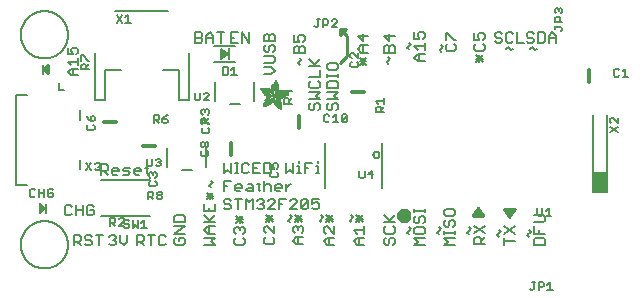
<source format=gbr>
G04 EAGLE Gerber RS-274X export*
G75*
%MOMM*%
%FSLAX34Y34*%
%LPD*%
%INSilkscreen Top*%
%IPPOS*%
%AMOC8*
5,1,8,0,0,1.08239X$1,22.5*%
G01*
%ADD10C,0.127000*%
%ADD11C,0.254000*%
%ADD12C,0.152400*%
%ADD13C,0.304800*%
%ADD14R,0.190500X0.889000*%
%ADD15C,0.203200*%
%ADD16R,0.200000X1.000000*%
%ADD17C,0.609600*%
%ADD18R,0.034300X0.003800*%
%ADD19R,0.057200X0.003800*%
%ADD20R,0.076200X0.003800*%
%ADD21R,0.091400X0.003800*%
%ADD22R,0.102900X0.003800*%
%ADD23R,0.114300X0.003900*%
%ADD24R,0.129500X0.003800*%
%ADD25R,0.137200X0.003800*%
%ADD26R,0.144800X0.003800*%
%ADD27R,0.152400X0.003800*%
%ADD28R,0.160000X0.003800*%
%ADD29R,0.171500X0.003800*%
%ADD30R,0.175300X0.003800*%
%ADD31R,0.182900X0.003800*%
%ADD32R,0.190500X0.003800*%
%ADD33R,0.194300X0.003900*%
%ADD34R,0.201900X0.003800*%
%ADD35R,0.209500X0.003800*%
%ADD36R,0.213400X0.003800*%
%ADD37R,0.221000X0.003800*%
%ADD38R,0.224800X0.003800*%
%ADD39R,0.232400X0.003800*%
%ADD40R,0.240000X0.003800*%
%ADD41R,0.243800X0.003800*%
%ADD42R,0.247600X0.003800*%
%ADD43R,0.255300X0.003900*%
%ADD44R,0.259100X0.003800*%
%ADD45R,0.262900X0.003800*%
%ADD46R,0.270500X0.003800*%
%ADD47R,0.274300X0.003800*%
%ADD48R,0.281900X0.003800*%
%ADD49R,0.285700X0.003800*%
%ADD50R,0.289500X0.003800*%
%ADD51R,0.297200X0.003800*%
%ADD52R,0.301000X0.003800*%
%ADD53R,0.304800X0.003900*%
%ADD54R,0.312400X0.003800*%
%ADD55R,0.316200X0.003800*%
%ADD56R,0.320000X0.003800*%
%ADD57R,0.327600X0.003800*%
%ADD58R,0.331500X0.003800*%
%ADD59R,0.339100X0.003800*%
%ADD60R,0.342900X0.003800*%
%ADD61R,0.346700X0.003800*%
%ADD62R,0.354300X0.003800*%
%ADD63R,0.358100X0.003900*%
%ADD64R,0.361900X0.003800*%
%ADD65R,0.369600X0.003800*%
%ADD66R,0.373400X0.003800*%
%ADD67R,0.377200X0.003800*%
%ADD68R,0.384800X0.003800*%
%ADD69R,0.388600X0.003800*%
%ADD70R,0.396200X0.003800*%
%ADD71R,0.400000X0.003800*%
%ADD72R,0.403800X0.003800*%
%ADD73R,0.411500X0.003900*%
%ADD74R,0.415300X0.003800*%
%ADD75R,0.419100X0.003800*%
%ADD76R,0.045700X0.003800*%
%ADD77R,0.426700X0.003800*%
%ADD78R,0.072400X0.003800*%
%ADD79R,0.430500X0.003800*%
%ADD80R,0.095300X0.003800*%
%ADD81R,0.438100X0.003800*%
%ADD82R,0.110500X0.003800*%
%ADD83R,0.441900X0.003800*%
%ADD84R,0.445800X0.003800*%
%ADD85R,0.144700X0.003800*%
%ADD86R,0.453400X0.003800*%
%ADD87R,0.457200X0.003800*%
%ADD88R,0.175300X0.003900*%
%ADD89R,0.461000X0.003900*%
%ADD90R,0.468600X0.003800*%
%ADD91R,0.205800X0.003800*%
%ADD92R,0.472400X0.003800*%
%ADD93R,0.217200X0.003800*%
%ADD94R,0.476200X0.003800*%
%ADD95R,0.483900X0.003800*%
%ADD96R,0.247700X0.003800*%
%ADD97R,0.487700X0.003800*%
%ADD98R,0.495300X0.003800*%
%ADD99R,0.499100X0.003800*%
%ADD100R,0.502900X0.003800*%
%ADD101R,0.510500X0.003800*%
%ADD102R,0.308600X0.003900*%
%ADD103R,0.514300X0.003900*%
%ADD104R,0.323800X0.003800*%
%ADD105R,0.518100X0.003800*%
%ADD106R,0.335300X0.003800*%
%ADD107R,0.525800X0.003800*%
%ADD108R,0.529600X0.003800*%
%ADD109R,0.358100X0.003800*%
%ADD110R,0.533400X0.003800*%
%ADD111R,0.537200X0.003800*%
%ADD112R,0.381000X0.003800*%
%ADD113R,0.544800X0.003800*%
%ADD114R,0.392400X0.003800*%
%ADD115R,0.548600X0.003800*%
%ADD116R,0.552400X0.003800*%
%ADD117R,0.556200X0.003800*%
%ADD118R,0.422900X0.003900*%
%ADD119R,0.560100X0.003900*%
%ADD120R,0.434300X0.003800*%
%ADD121R,0.563900X0.003800*%
%ADD122R,0.567700X0.003800*%
%ADD123R,0.461000X0.003800*%
%ADD124R,0.571500X0.003800*%
%ADD125R,0.575300X0.003800*%
%ADD126R,0.480100X0.003800*%
%ADD127R,0.579100X0.003800*%
%ADD128R,0.491500X0.003800*%
%ADD129R,0.582900X0.003800*%
%ADD130R,0.586700X0.003800*%
%ADD131R,0.510600X0.003800*%
%ADD132R,0.590500X0.003800*%
%ADD133R,0.522000X0.003800*%
%ADD134R,0.594300X0.003800*%
%ADD135R,0.533400X0.003900*%
%ADD136R,0.598200X0.003900*%
%ADD137R,0.541000X0.003800*%
%ADD138R,0.602000X0.003800*%
%ADD139R,0.552500X0.003800*%
%ADD140R,0.605800X0.003800*%
%ADD141R,0.560100X0.003800*%
%ADD142R,0.609600X0.003800*%
%ADD143R,0.613400X0.003800*%
%ADD144R,0.583000X0.003800*%
%ADD145R,0.617200X0.003800*%
%ADD146R,0.594400X0.003800*%
%ADD147R,0.621000X0.003800*%
%ADD148R,0.598200X0.003800*%
%ADD149R,0.624800X0.003800*%
%ADD150R,0.613500X0.003900*%
%ADD151R,0.628600X0.003900*%
%ADD152R,0.632400X0.003800*%
%ADD153R,0.628600X0.003800*%
%ADD154R,0.636300X0.003800*%
%ADD155R,0.640100X0.003800*%
%ADD156R,0.636200X0.003800*%
%ADD157R,0.643900X0.003800*%
%ADD158R,0.647700X0.003800*%
%ADD159R,0.651500X0.003800*%
%ADD160R,0.659100X0.003800*%
%ADD161R,0.659100X0.003900*%
%ADD162R,0.655300X0.003900*%
%ADD163R,0.662900X0.003800*%
%ADD164R,0.655300X0.003800*%
%ADD165R,0.670500X0.003800*%
%ADD166R,0.670600X0.003800*%
%ADD167R,0.674400X0.003800*%
%ADD168R,0.682000X0.003800*%
%ADD169R,0.666700X0.003800*%
%ADD170R,0.685800X0.003800*%
%ADD171R,0.689600X0.003800*%
%ADD172R,0.693400X0.003900*%
%ADD173R,0.674400X0.003900*%
%ADD174R,0.697200X0.003800*%
%ADD175R,0.678200X0.003800*%
%ADD176R,0.697300X0.003800*%
%ADD177R,0.701100X0.003800*%
%ADD178R,0.704900X0.003800*%
%ADD179R,0.708700X0.003800*%
%ADD180R,0.712500X0.003800*%
%ADD181R,0.716300X0.003800*%
%ADD182R,0.720100X0.003900*%
%ADD183R,0.689600X0.003900*%
%ADD184R,0.720000X0.003800*%
%ADD185R,0.693400X0.003800*%
%ADD186R,0.723900X0.003800*%
%ADD187R,0.727700X0.003800*%
%ADD188R,0.731500X0.003800*%
%ADD189R,0.701000X0.003800*%
%ADD190R,0.735300X0.003800*%
%ADD191R,0.731500X0.003900*%
%ADD192R,0.701000X0.003900*%
%ADD193R,0.704800X0.003800*%
%ADD194R,0.739100X0.003800*%
%ADD195R,0.743000X0.003800*%
%ADD196R,0.739200X0.003800*%
%ADD197R,0.743000X0.003900*%
%ADD198R,0.704800X0.003900*%
%ADD199R,0.746800X0.003800*%
%ADD200R,0.746800X0.003900*%
%ADD201R,0.742900X0.003800*%
%ADD202R,0.746700X0.003800*%
%ADD203R,0.746700X0.003900*%
%ADD204R,1.428800X0.003800*%
%ADD205R,1.424900X0.003800*%
%ADD206R,1.421100X0.003900*%
%ADD207R,1.421100X0.003800*%
%ADD208R,1.417300X0.003800*%
%ADD209R,1.413500X0.003800*%
%ADD210R,1.409700X0.003800*%
%ADD211R,1.405900X0.003800*%
%ADD212R,1.402100X0.003800*%
%ADD213R,1.398300X0.003800*%
%ADD214R,0.983000X0.003900*%
%ADD215R,0.384800X0.003900*%
%ADD216R,0.971600X0.003800*%
%ADD217R,0.963900X0.003800*%
%ADD218R,0.956300X0.003800*%
%ADD219R,0.365800X0.003800*%
%ADD220R,0.952500X0.003800*%
%ADD221R,0.941000X0.003800*%
%ADD222R,0.358200X0.003800*%
%ADD223R,0.937200X0.003800*%
%ADD224R,0.933400X0.003800*%
%ADD225R,0.354400X0.003800*%
%ADD226R,0.925800X0.003800*%
%ADD227R,0.350500X0.003800*%
%ADD228R,0.922000X0.003800*%
%ADD229R,0.918200X0.003900*%
%ADD230R,0.346700X0.003900*%
%ADD231R,0.910600X0.003800*%
%ADD232R,0.906800X0.003800*%
%ADD233R,0.903000X0.003800*%
%ADD234R,0.339000X0.003800*%
%ADD235R,0.895300X0.003800*%
%ADD236R,0.335200X0.003800*%
%ADD237R,0.887700X0.003800*%
%ADD238R,0.883900X0.003800*%
%ADD239R,0.331400X0.003800*%
%ADD240R,0.880100X0.003800*%
%ADD241R,0.876300X0.003800*%
%ADD242R,0.468600X0.003900*%
%ADD243R,0.396200X0.003900*%
%ADD244R,0.323800X0.003900*%
%ADD245R,0.449600X0.003800*%
%ADD246R,0.323900X0.003800*%
%ADD247R,0.442000X0.003800*%
%ADD248R,0.434400X0.003800*%
%ADD249R,0.320100X0.003800*%
%ADD250R,0.316300X0.003800*%
%ADD251R,0.426800X0.003800*%
%ADD252R,0.327700X0.003800*%
%ADD253R,0.312500X0.003800*%
%ADD254R,0.422900X0.003800*%
%ADD255R,0.308600X0.003800*%
%ADD256R,0.293400X0.003800*%
%ADD257R,0.304800X0.003800*%
%ADD258R,0.419100X0.003900*%
%ADD259R,0.285700X0.003900*%
%ADD260R,0.301000X0.003900*%
%ADD261R,0.411500X0.003800*%
%ADD262R,0.407700X0.003800*%
%ADD263R,0.289600X0.003800*%
%ADD264R,0.285800X0.003800*%
%ADD265R,0.403900X0.003800*%
%ADD266R,0.228600X0.003800*%
%ADD267R,0.403900X0.003900*%
%ADD268R,0.221000X0.003900*%
%ADD269R,0.278100X0.003900*%
%ADD270R,0.400100X0.003800*%
%ADD271R,0.209600X0.003800*%
%ADD272R,0.266700X0.003800*%
%ADD273R,0.038100X0.003800*%
%ADD274R,0.194300X0.003800*%
%ADD275R,0.148600X0.003800*%
%ADD276R,0.259000X0.003800*%
%ADD277R,0.182800X0.003800*%
%ADD278R,0.186700X0.003800*%
%ADD279R,0.251400X0.003800*%
%ADD280R,0.179100X0.003800*%
%ADD281R,0.236200X0.003800*%
%ADD282R,0.243900X0.003900*%
%ADD283R,0.282000X0.003900*%
%ADD284R,0.167700X0.003800*%
%ADD285R,0.236300X0.003800*%
%ADD286R,0.396300X0.003800*%
%ADD287R,0.163900X0.003800*%
%ADD288R,0.392500X0.003800*%
%ADD289R,0.160100X0.003800*%
%ADD290R,0.586800X0.003800*%
%ADD291R,0.148500X0.003800*%
%ADD292R,0.140900X0.003800*%
%ADD293R,0.392400X0.003900*%
%ADD294R,0.140900X0.003900*%
%ADD295R,0.647700X0.003900*%
%ADD296R,0.133300X0.003800*%
%ADD297R,0.674300X0.003800*%
%ADD298R,0.388700X0.003800*%
%ADD299R,0.125700X0.003800*%
%ADD300R,0.121900X0.003800*%
%ADD301R,0.720100X0.003800*%
%ADD302R,0.118100X0.003800*%
%ADD303R,0.118100X0.003900*%
%ADD304R,0.739100X0.003900*%
%ADD305R,0.114300X0.003800*%
%ADD306R,0.754400X0.003800*%
%ADD307R,0.765800X0.003800*%
%ADD308R,0.773400X0.003800*%
%ADD309R,0.784800X0.003800*%
%ADD310R,0.118200X0.003800*%
%ADD311R,0.792500X0.003800*%
%ADD312R,0.803900X0.003800*%
%ADD313R,0.122000X0.003800*%
%ADD314R,0.815400X0.003800*%
%ADD315R,0.125800X0.003800*%
%ADD316R,0.826800X0.003800*%
%ADD317R,0.369500X0.003900*%
%ADD318R,0.133400X0.003900*%
%ADD319R,0.842000X0.003900*%
%ADD320R,0.365700X0.003800*%
%ADD321R,1.009700X0.003800*%
%ADD322R,1.013500X0.003800*%
%ADD323R,0.362000X0.003800*%
%ADD324R,1.024900X0.003800*%
%ADD325R,1.028700X0.003800*%
%ADD326R,1.036300X0.003800*%
%ADD327R,1.047800X0.003800*%
%ADD328R,1.055400X0.003800*%
%ADD329R,1.070600X0.003800*%
%ADD330R,0.030500X0.003800*%
%ADD331R,1.436400X0.003800*%
%ADD332R,1.562100X0.003900*%
%ADD333R,1.588700X0.003800*%
%ADD334R,1.607800X0.003800*%
%ADD335R,1.626900X0.003800*%
%ADD336R,1.642100X0.003800*%
%ADD337R,1.657400X0.003800*%
%ADD338R,1.676400X0.003800*%
%ADD339R,1.687800X0.003800*%
%ADD340R,1.703000X0.003800*%
%ADD341R,1.714500X0.003800*%
%ADD342R,1.726000X0.003900*%
%ADD343R,1.741200X0.003800*%
%ADD344R,0.914400X0.003800*%
%ADD345R,0.769600X0.003800*%
%ADD346R,0.884000X0.003800*%
%ADD347R,0.712400X0.003800*%
%ADD348R,0.880100X0.003900*%
%ADD349R,0.887800X0.003800*%
%ADD350R,0.891600X0.003800*%
%ADD351R,0.895400X0.003800*%
%ADD352R,0.251500X0.003800*%
%ADD353R,0.579200X0.003900*%
%ADD354R,0.243900X0.003800*%
%ADD355R,0.556300X0.003800*%
%ADD356R,0.255200X0.003800*%
%ADD357R,0.529500X0.003800*%
%ADD358R,0.731600X0.003800*%
%ADD359R,0.525800X0.003900*%
%ADD360R,0.281900X0.003900*%
%ADD361R,0.735400X0.003900*%
%ADD362R,0.300900X0.003800*%
%ADD363R,0.762000X0.003800*%
%ADD364R,0.518200X0.003800*%
%ADD365R,0.350600X0.003800*%
%ADD366R,0.796300X0.003800*%
%ADD367R,0.807800X0.003800*%
%ADD368R,0.506700X0.003800*%
%ADD369R,0.849600X0.003800*%
%ADD370R,0.506700X0.003900*%
%ADD371R,1.371600X0.003900*%
%ADD372R,1.207800X0.003800*%
%ADD373R,0.503000X0.003800*%
%ADD374R,0.141000X0.003800*%
%ADD375R,1.203900X0.003800*%
%ADD376R,1.204000X0.003800*%
%ADD377R,1.200200X0.003800*%
%ADD378R,0.499100X0.003900*%
%ADD379R,0.156200X0.003900*%
%ADD380R,1.196400X0.003900*%
%ADD381R,1.196400X0.003800*%
%ADD382R,0.163800X0.003800*%
%ADD383R,0.167600X0.003800*%
%ADD384R,1.192500X0.003800*%
%ADD385R,0.499200X0.003800*%
%ADD386R,1.188700X0.003800*%
%ADD387R,0.506800X0.003800*%
%ADD388R,1.184900X0.003800*%
%ADD389R,0.510600X0.003900*%
%ADD390R,0.209600X0.003900*%
%ADD391R,1.181100X0.003900*%
%ADD392R,0.514400X0.003800*%
%ADD393R,1.181100X0.003800*%
%ADD394R,1.177300X0.003800*%
%ADD395R,0.240100X0.003800*%
%ADD396R,1.173500X0.003800*%
%ADD397R,1.169700X0.003800*%
%ADD398R,1.165900X0.003800*%
%ADD399R,1.162100X0.003800*%
%ADD400R,0.929700X0.003900*%
%ADD401R,1.162100X0.003900*%
%ADD402R,0.929700X0.003800*%
%ADD403R,1.154500X0.003800*%
%ADD404R,0.933500X0.003800*%
%ADD405R,1.150600X0.003800*%
%ADD406R,0.937300X0.003800*%
%ADD407R,1.146800X0.003800*%
%ADD408R,0.941100X0.003800*%
%ADD409R,1.139200X0.003800*%
%ADD410R,0.944900X0.003800*%
%ADD411R,1.135400X0.003800*%
%ADD412R,0.948700X0.003800*%
%ADD413R,1.127800X0.003800*%
%ADD414R,1.124000X0.003800*%
%ADD415R,1.116400X0.003800*%
%ADD416R,0.956300X0.003900*%
%ADD417R,1.104900X0.003900*%
%ADD418R,0.960100X0.003800*%
%ADD419R,1.093500X0.003800*%
%ADD420R,1.085900X0.003800*%
%ADD421R,0.967800X0.003800*%
%ADD422R,1.074500X0.003800*%
%ADD423R,1.063000X0.003800*%
%ADD424R,0.975400X0.003800*%
%ADD425R,1.036400X0.003800*%
%ADD426R,0.979200X0.003800*%
%ADD427R,1.021000X0.003800*%
%ADD428R,0.983000X0.003800*%
%ADD429R,1.009600X0.003800*%
%ADD430R,0.986800X0.003800*%
%ADD431R,0.998200X0.003800*%
%ADD432R,0.990600X0.003900*%
%ADD433R,0.986700X0.003900*%
%ADD434R,0.994400X0.003800*%
%ADD435R,0.975300X0.003800*%
%ADD436R,0.948600X0.003800*%
%ADD437R,1.002000X0.003800*%
%ADD438R,0.213300X0.003800*%
%ADD439R,0.217100X0.003800*%
%ADD440R,1.017300X0.003800*%
%ADD441R,0.666800X0.003800*%
%ADD442R,0.220900X0.003800*%
%ADD443R,1.028700X0.003900*%
%ADD444R,0.224700X0.003900*%
%ADD445R,1.032500X0.003800*%
%ADD446R,1.040100X0.003800*%
%ADD447R,1.043900X0.003800*%
%ADD448R,0.548700X0.003800*%
%ADD449R,1.051500X0.003800*%
%ADD450R,1.055300X0.003800*%
%ADD451R,1.059100X0.003800*%
%ADD452R,1.062900X0.003800*%
%ADD453R,0.255300X0.003800*%
%ADD454R,1.066800X0.003900*%
%ADD455R,0.259100X0.003900*%
%ADD456R,0.457200X0.003900*%
%ADD457R,0.423000X0.003800*%
%ADD458R,1.082100X0.003800*%
%ADD459R,0.274400X0.003800*%
%ADD460R,0.278200X0.003800*%
%ADD461R,1.101100X0.003800*%
%ADD462R,0.278100X0.003800*%
%ADD463R,0.876300X0.003900*%
%ADD464R,0.236200X0.003900*%
%ADD465R,0.289600X0.003900*%
%ADD466R,0.247700X0.003900*%
%ADD467R,0.049500X0.003800*%
%ADD468R,0.640100X0.003900*%
%ADD469R,0.659200X0.003800*%
%ADD470R,0.663000X0.003800*%
%ADD471R,0.872500X0.003900*%
%ADD472R,0.666800X0.003900*%
%ADD473R,0.872500X0.003800*%
%ADD474R,0.868700X0.003800*%
%ADD475R,0.864900X0.003800*%
%ADD476R,0.861100X0.003800*%
%ADD477R,0.857300X0.003800*%
%ADD478R,0.853400X0.003800*%
%ADD479R,0.845800X0.003800*%
%ADD480R,0.682000X0.003900*%
%ADD481R,0.842000X0.003800*%
%ADD482R,0.834400X0.003800*%
%ADD483R,0.823000X0.003800*%
%ADD484R,0.815300X0.003800*%
%ADD485R,0.811500X0.003800*%
%ADD486R,0.788700X0.003800*%
%ADD487R,0.777300X0.003900*%
%ADD488R,0.750600X0.003800*%
%ADD489R,0.735400X0.003800*%
%ADD490R,0.727800X0.003800*%
%ADD491R,0.628700X0.003800*%
%ADD492R,0.575400X0.003800*%
%ADD493R,0.670600X0.003900*%
%ADD494R,0.655400X0.003800*%
%ADD495R,0.651500X0.003900*%
%ADD496R,0.624800X0.003900*%
%ADD497R,0.594400X0.003900*%
%ADD498R,0.563900X0.003900*%
%ADD499R,0.541100X0.003800*%
%ADD500R,0.537300X0.003800*%
%ADD501R,0.525700X0.003800*%
%ADD502R,0.525700X0.003900*%
%ADD503R,0.514300X0.003800*%
%ADD504R,0.480100X0.003900*%
%ADD505R,0.464800X0.003800*%
%ADD506R,0.442000X0.003900*%
%ADD507R,0.438200X0.003800*%
%ADD508R,0.430600X0.003800*%
%ADD509R,0.407600X0.003800*%
%ADD510R,0.403800X0.003900*%
%ADD511R,0.365700X0.003900*%
%ADD512R,0.327700X0.003900*%
%ADD513R,0.243800X0.003900*%
%ADD514R,0.205800X0.003900*%
%ADD515R,0.198100X0.003800*%
%ADD516R,0.163800X0.003900*%
%ADD517R,0.137100X0.003800*%
%ADD518R,0.091500X0.003900*%
%ADD519R,0.060900X0.003800*%

G36*
X501873Y68993D02*
X501873Y68993D01*
X501939Y68995D01*
X501982Y69013D01*
X502029Y69021D01*
X502086Y69055D01*
X502146Y69080D01*
X502181Y69111D01*
X502222Y69136D01*
X502264Y69187D01*
X502312Y69231D01*
X502334Y69273D01*
X502363Y69310D01*
X502384Y69372D01*
X502415Y69431D01*
X502423Y69485D01*
X502435Y69522D01*
X502434Y69562D01*
X502442Y69616D01*
X502442Y86616D01*
X502431Y86681D01*
X502429Y86747D01*
X502411Y86790D01*
X502403Y86837D01*
X502369Y86894D01*
X502344Y86954D01*
X502313Y86989D01*
X502288Y87030D01*
X502237Y87072D01*
X502193Y87120D01*
X502151Y87142D01*
X502114Y87171D01*
X502052Y87192D01*
X501993Y87223D01*
X501939Y87231D01*
X501902Y87243D01*
X501862Y87242D01*
X501808Y87250D01*
X489808Y87250D01*
X489743Y87239D01*
X489677Y87237D01*
X489634Y87219D01*
X489587Y87211D01*
X489530Y87177D01*
X489470Y87152D01*
X489435Y87121D01*
X489394Y87096D01*
X489353Y87045D01*
X489304Y87001D01*
X489282Y86959D01*
X489253Y86922D01*
X489232Y86860D01*
X489201Y86801D01*
X489193Y86747D01*
X489181Y86710D01*
X489182Y86670D01*
X489174Y86616D01*
X489174Y69616D01*
X489185Y69551D01*
X489187Y69485D01*
X489205Y69442D01*
X489213Y69395D01*
X489247Y69338D01*
X489272Y69278D01*
X489303Y69243D01*
X489328Y69202D01*
X489379Y69161D01*
X489423Y69112D01*
X489465Y69090D01*
X489502Y69061D01*
X489564Y69040D01*
X489623Y69009D01*
X489677Y69001D01*
X489714Y68989D01*
X489754Y68990D01*
X489808Y68982D01*
X501808Y68982D01*
X501873Y68993D01*
G37*
G36*
X397380Y48275D02*
X397380Y48275D01*
X397504Y48281D01*
X397552Y48295D01*
X397602Y48301D01*
X397720Y48343D01*
X397839Y48377D01*
X397883Y48401D01*
X397930Y48418D01*
X398035Y48486D01*
X398144Y48546D01*
X398181Y48580D01*
X398223Y48607D01*
X398310Y48697D01*
X398402Y48781D01*
X398430Y48822D01*
X398465Y48858D01*
X398529Y48965D01*
X398600Y49067D01*
X398618Y49114D01*
X398644Y49157D01*
X398682Y49275D01*
X398728Y49391D01*
X398735Y49441D01*
X398750Y49489D01*
X398760Y49613D01*
X398779Y49736D01*
X398774Y49786D01*
X398778Y49836D01*
X398760Y49959D01*
X398750Y50084D01*
X398734Y50131D01*
X398727Y50181D01*
X398681Y50297D01*
X398642Y50415D01*
X398612Y50471D01*
X398598Y50505D01*
X398571Y50544D01*
X398523Y50629D01*
X394459Y56725D01*
X394393Y56803D01*
X394337Y56884D01*
X394301Y56916D01*
X394267Y56960D01*
X394249Y56974D01*
X394234Y56991D01*
X394145Y57057D01*
X394078Y57117D01*
X394040Y57138D01*
X393993Y57176D01*
X393973Y57185D01*
X393954Y57199D01*
X393845Y57246D01*
X393773Y57286D01*
X393736Y57296D01*
X393678Y57324D01*
X393656Y57328D01*
X393635Y57338D01*
X393510Y57360D01*
X393438Y57381D01*
X393394Y57384D01*
X393337Y57396D01*
X393314Y57396D01*
X393292Y57400D01*
X393233Y57397D01*
X393194Y57400D01*
X393190Y57400D01*
X393119Y57392D01*
X392988Y57390D01*
X392966Y57384D01*
X392944Y57383D01*
X392879Y57364D01*
X392844Y57360D01*
X392772Y57335D01*
X392650Y57304D01*
X392630Y57293D01*
X392609Y57287D01*
X392553Y57256D01*
X392516Y57243D01*
X392445Y57197D01*
X392341Y57143D01*
X392324Y57129D01*
X392304Y57118D01*
X392261Y57078D01*
X392223Y57054D01*
X392159Y56988D01*
X392076Y56917D01*
X392059Y56896D01*
X392046Y56884D01*
X392020Y56845D01*
X392012Y56836D01*
X391981Y56803D01*
X391963Y56773D01*
X391925Y56725D01*
X387861Y50629D01*
X387804Y50518D01*
X387740Y50411D01*
X387725Y50363D01*
X387702Y50319D01*
X387672Y50198D01*
X387634Y50079D01*
X387630Y50029D01*
X387618Y49981D01*
X387616Y49856D01*
X387606Y49732D01*
X387613Y49682D01*
X387612Y49632D01*
X387639Y49510D01*
X387657Y49387D01*
X387676Y49341D01*
X387687Y49292D01*
X387740Y49179D01*
X387786Y49063D01*
X387815Y49022D01*
X387836Y48977D01*
X387914Y48879D01*
X387985Y48777D01*
X388022Y48744D01*
X388053Y48704D01*
X388151Y48627D01*
X388244Y48544D01*
X388288Y48519D01*
X388327Y48488D01*
X388440Y48436D01*
X388549Y48375D01*
X388597Y48362D01*
X388642Y48340D01*
X388764Y48314D01*
X388884Y48280D01*
X388947Y48275D01*
X388983Y48268D01*
X389031Y48269D01*
X389128Y48261D01*
X397256Y48261D01*
X397380Y48275D01*
G37*
G36*
X419659Y47255D02*
X419659Y47255D01*
X419812Y47258D01*
X419834Y47264D01*
X419856Y47265D01*
X420002Y47307D01*
X420150Y47344D01*
X420170Y47355D01*
X420191Y47361D01*
X420324Y47435D01*
X420459Y47505D01*
X420476Y47519D01*
X420496Y47530D01*
X420608Y47632D01*
X420724Y47731D01*
X420741Y47753D01*
X420754Y47765D01*
X420780Y47803D01*
X420875Y47923D01*
X424939Y54019D01*
X424996Y54130D01*
X425060Y54237D01*
X425075Y54285D01*
X425098Y54329D01*
X425128Y54450D01*
X425166Y54569D01*
X425170Y54619D01*
X425183Y54667D01*
X425184Y54792D01*
X425194Y54916D01*
X425187Y54966D01*
X425188Y55016D01*
X425161Y55138D01*
X425143Y55261D01*
X425124Y55307D01*
X425113Y55356D01*
X425060Y55469D01*
X425014Y55585D01*
X424985Y55626D01*
X424964Y55671D01*
X424886Y55769D01*
X424815Y55871D01*
X424778Y55904D01*
X424747Y55944D01*
X424649Y56021D01*
X424556Y56104D01*
X424512Y56129D01*
X424473Y56160D01*
X424360Y56213D01*
X424251Y56273D01*
X424203Y56287D01*
X424158Y56308D01*
X424036Y56334D01*
X423916Y56368D01*
X423853Y56373D01*
X423817Y56380D01*
X423769Y56379D01*
X423672Y56387D01*
X415544Y56387D01*
X415420Y56373D01*
X415296Y56367D01*
X415248Y56353D01*
X415198Y56347D01*
X415080Y56305D01*
X414961Y56271D01*
X414917Y56247D01*
X414870Y56230D01*
X414765Y56162D01*
X414656Y56102D01*
X414619Y56068D01*
X414577Y56041D01*
X414490Y55951D01*
X414398Y55868D01*
X414370Y55826D01*
X414335Y55790D01*
X414271Y55683D01*
X414200Y55581D01*
X414182Y55534D01*
X414156Y55491D01*
X414118Y55373D01*
X414072Y55257D01*
X414065Y55207D01*
X414050Y55159D01*
X414040Y55035D01*
X414022Y54912D01*
X414026Y54862D01*
X414022Y54812D01*
X414040Y54689D01*
X414051Y54564D01*
X414066Y54517D01*
X414073Y54467D01*
X414119Y54351D01*
X414158Y54233D01*
X414188Y54177D01*
X414202Y54143D01*
X414204Y54141D01*
X414204Y54140D01*
X414230Y54104D01*
X414277Y54019D01*
X418341Y47923D01*
X418439Y47807D01*
X418533Y47688D01*
X418551Y47674D01*
X418566Y47657D01*
X418688Y47566D01*
X418807Y47472D01*
X418827Y47463D01*
X418846Y47449D01*
X418985Y47389D01*
X419122Y47324D01*
X419145Y47320D01*
X419165Y47311D01*
X419315Y47283D01*
X419463Y47252D01*
X419486Y47252D01*
X419508Y47248D01*
X419659Y47255D01*
G37*
G36*
X21647Y51314D02*
X21647Y51314D01*
X21665Y51312D01*
X21767Y51340D01*
X21870Y51362D01*
X21885Y51371D01*
X21902Y51376D01*
X22047Y51461D01*
X27127Y55271D01*
X27130Y55274D01*
X27134Y55276D01*
X27215Y55363D01*
X27297Y55448D01*
X27299Y55452D01*
X27302Y55455D01*
X27352Y55564D01*
X27402Y55671D01*
X27402Y55675D01*
X27404Y55679D01*
X27417Y55797D01*
X27430Y55915D01*
X27430Y55919D01*
X27430Y55924D01*
X27404Y56040D01*
X27380Y56156D01*
X27377Y56160D01*
X27376Y56164D01*
X27315Y56266D01*
X27255Y56368D01*
X27251Y56371D01*
X27249Y56374D01*
X27127Y56489D01*
X22047Y60299D01*
X22031Y60307D01*
X22018Y60320D01*
X22003Y60327D01*
X21995Y60333D01*
X21945Y60353D01*
X21922Y60364D01*
X21829Y60413D01*
X21811Y60416D01*
X21795Y60423D01*
X21690Y60435D01*
X21586Y60451D01*
X21568Y60448D01*
X21551Y60450D01*
X21448Y60428D01*
X21343Y60410D01*
X21328Y60402D01*
X21310Y60398D01*
X21220Y60344D01*
X21127Y60294D01*
X21114Y60281D01*
X21099Y60272D01*
X21030Y60192D01*
X20958Y60115D01*
X20951Y60098D01*
X20939Y60085D01*
X20900Y59987D01*
X20856Y59891D01*
X20854Y59873D01*
X20847Y59857D01*
X20829Y59690D01*
X20829Y52070D01*
X20832Y52052D01*
X20830Y52035D01*
X20851Y51931D01*
X20869Y51827D01*
X20877Y51812D01*
X20881Y51794D01*
X20934Y51703D01*
X20984Y51610D01*
X20996Y51598D01*
X21006Y51582D01*
X21085Y51513D01*
X21162Y51441D01*
X21178Y51433D01*
X21192Y51421D01*
X21289Y51381D01*
X21385Y51337D01*
X21403Y51335D01*
X21419Y51328D01*
X21525Y51321D01*
X21629Y51310D01*
X21647Y51314D01*
G37*
G36*
X29012Y169022D02*
X29012Y169022D01*
X29029Y169020D01*
X29132Y169042D01*
X29237Y169060D01*
X29252Y169068D01*
X29270Y169072D01*
X29360Y169126D01*
X29454Y169176D01*
X29466Y169189D01*
X29481Y169198D01*
X29550Y169278D01*
X29622Y169355D01*
X29629Y169372D01*
X29641Y169385D01*
X29680Y169483D01*
X29724Y169579D01*
X29726Y169597D01*
X29733Y169613D01*
X29751Y169780D01*
X29751Y177400D01*
X29749Y177417D01*
X29750Y177432D01*
X29750Y177435D01*
X29729Y177539D01*
X29712Y177643D01*
X29703Y177658D01*
X29700Y177676D01*
X29646Y177767D01*
X29596Y177860D01*
X29584Y177872D01*
X29575Y177888D01*
X29495Y177957D01*
X29418Y178030D01*
X29402Y178037D01*
X29388Y178049D01*
X29291Y178089D01*
X29195Y178133D01*
X29177Y178135D01*
X29161Y178142D01*
X29055Y178149D01*
X28951Y178160D01*
X28933Y178156D01*
X28915Y178158D01*
X28813Y178130D01*
X28740Y178114D01*
X28737Y178114D01*
X28710Y178108D01*
X28695Y178099D01*
X28678Y178094D01*
X28533Y178009D01*
X23453Y174199D01*
X23450Y174196D01*
X23447Y174194D01*
X23365Y174107D01*
X23283Y174022D01*
X23281Y174018D01*
X23278Y174015D01*
X23228Y173906D01*
X23178Y173799D01*
X23178Y173795D01*
X23176Y173791D01*
X23163Y173673D01*
X23150Y173555D01*
X23150Y173551D01*
X23150Y173546D01*
X23176Y173430D01*
X23201Y173314D01*
X23203Y173310D01*
X23204Y173306D01*
X23265Y173204D01*
X23326Y173102D01*
X23329Y173099D01*
X23331Y173096D01*
X23453Y172981D01*
X28533Y169171D01*
X28549Y169163D01*
X28562Y169151D01*
X28658Y169106D01*
X28751Y169057D01*
X28769Y169054D01*
X28785Y169047D01*
X28890Y169035D01*
X28994Y169019D01*
X29012Y169022D01*
G37*
G36*
X175845Y183683D02*
X175845Y183683D01*
X175916Y183681D01*
X175986Y183700D01*
X176057Y183708D01*
X176112Y183733D01*
X176191Y183753D01*
X176294Y183814D01*
X176363Y183845D01*
X179363Y185845D01*
X179450Y185922D01*
X179540Y185995D01*
X179555Y186017D01*
X179575Y186035D01*
X179637Y186132D01*
X179704Y186227D01*
X179712Y186253D01*
X179727Y186275D01*
X179759Y186386D01*
X179797Y186496D01*
X179798Y186523D01*
X179805Y186548D01*
X179805Y186664D01*
X179811Y186780D01*
X179805Y186806D01*
X179805Y186833D01*
X179773Y186944D01*
X179747Y187057D01*
X179734Y187080D01*
X179726Y187106D01*
X179664Y187204D01*
X179608Y187305D01*
X179590Y187321D01*
X179575Y187346D01*
X179367Y187531D01*
X179363Y187535D01*
X176363Y189535D01*
X176299Y189566D01*
X176239Y189606D01*
X176171Y189627D01*
X176107Y189658D01*
X176036Y189670D01*
X175968Y189691D01*
X175897Y189693D01*
X175827Y189705D01*
X175755Y189697D01*
X175684Y189699D01*
X175615Y189681D01*
X175544Y189672D01*
X175478Y189645D01*
X175409Y189627D01*
X175348Y189590D01*
X175282Y189563D01*
X175226Y189518D01*
X175164Y189482D01*
X175115Y189430D01*
X175060Y189385D01*
X175019Y189327D01*
X174970Y189274D01*
X174937Y189211D01*
X174896Y189153D01*
X174873Y189085D01*
X174840Y189021D01*
X174830Y188962D01*
X174803Y188884D01*
X174797Y188765D01*
X174785Y188690D01*
X174785Y184690D01*
X174795Y184619D01*
X174795Y184547D01*
X174815Y184479D01*
X174825Y184409D01*
X174854Y184343D01*
X174874Y184274D01*
X174912Y184214D01*
X174941Y184149D01*
X174987Y184094D01*
X175025Y184034D01*
X175079Y183986D01*
X175125Y183932D01*
X175184Y183892D01*
X175238Y183845D01*
X175302Y183814D01*
X175361Y183775D01*
X175430Y183753D01*
X175494Y183722D01*
X175564Y183710D01*
X175632Y183689D01*
X175704Y183687D01*
X175775Y183675D01*
X175845Y183683D01*
G37*
D10*
X211447Y169885D02*
X217379Y169885D01*
X220345Y172850D01*
X217379Y175816D01*
X211447Y175816D01*
X211447Y179240D02*
X218862Y179240D01*
X220345Y180723D01*
X220345Y183689D01*
X218862Y185172D01*
X211447Y185172D01*
X211447Y193044D02*
X212930Y194527D01*
X211447Y193044D02*
X211447Y190078D01*
X212930Y188595D01*
X214413Y188595D01*
X215896Y190078D01*
X215896Y193044D01*
X217379Y194527D01*
X218862Y194527D01*
X220345Y193044D01*
X220345Y190078D01*
X218862Y188595D01*
X220345Y197950D02*
X211447Y197950D01*
X211447Y202399D01*
X212930Y203882D01*
X214413Y203882D01*
X215896Y202399D01*
X217379Y203882D01*
X218862Y203882D01*
X220345Y202399D01*
X220345Y197950D01*
X215896Y197950D02*
X215896Y202399D01*
X50102Y33663D02*
X50102Y24765D01*
X50102Y33663D02*
X54551Y33663D01*
X56034Y32180D01*
X56034Y29214D01*
X54551Y27731D01*
X50102Y27731D01*
X53068Y27731D02*
X56034Y24765D01*
X63906Y33663D02*
X65389Y32180D01*
X63906Y33663D02*
X60940Y33663D01*
X59457Y32180D01*
X59457Y30697D01*
X60940Y29214D01*
X63906Y29214D01*
X65389Y27731D01*
X65389Y26248D01*
X63906Y24765D01*
X60940Y24765D01*
X59457Y26248D01*
X71778Y24765D02*
X71778Y33663D01*
X68813Y33663D02*
X74744Y33663D01*
X103442Y33663D02*
X103442Y24765D01*
X103442Y33663D02*
X107891Y33663D01*
X109374Y32180D01*
X109374Y29214D01*
X107891Y27731D01*
X103442Y27731D01*
X106408Y27731D02*
X109374Y24765D01*
X115763Y24765D02*
X115763Y33663D01*
X112797Y33663D02*
X118729Y33663D01*
X126601Y33663D02*
X128084Y32180D01*
X126601Y33663D02*
X123636Y33663D01*
X122153Y32180D01*
X122153Y26248D01*
X123636Y24765D01*
X126601Y24765D01*
X128084Y26248D01*
X81663Y33663D02*
X80180Y32180D01*
X81663Y33663D02*
X84629Y33663D01*
X86112Y32180D01*
X86112Y30697D01*
X84629Y29214D01*
X83146Y29214D01*
X84629Y29214D02*
X86112Y27731D01*
X86112Y26248D01*
X84629Y24765D01*
X81663Y24765D01*
X80180Y26248D01*
X89535Y27731D02*
X89535Y33663D01*
X89535Y27731D02*
X92501Y24765D01*
X95467Y27731D01*
X95467Y33663D01*
X290359Y25527D02*
X296291Y25527D01*
X290359Y25527D02*
X287393Y28493D01*
X290359Y31459D01*
X296291Y31459D01*
X291842Y31459D02*
X291842Y25527D01*
X290359Y34882D02*
X287393Y37848D01*
X296291Y37848D01*
X296291Y34882D02*
X296291Y40814D01*
X288876Y44237D02*
X294808Y50169D01*
X294808Y44237D02*
X288876Y50169D01*
X291842Y50169D02*
X291842Y44237D01*
X294808Y47203D02*
X288876Y47203D01*
X270891Y25527D02*
X264959Y25527D01*
X261993Y28493D01*
X264959Y31459D01*
X270891Y31459D01*
X266442Y31459D02*
X266442Y25527D01*
X270891Y34882D02*
X270891Y40814D01*
X270891Y34882D02*
X264959Y40814D01*
X263476Y40814D01*
X261993Y39331D01*
X261993Y36365D01*
X263476Y34882D01*
X263476Y44237D02*
X269408Y50169D01*
X269408Y44237D02*
X263476Y50169D01*
X266442Y50169D02*
X266442Y44237D01*
X269408Y47203D02*
X263476Y47203D01*
X244729Y25781D02*
X238797Y25781D01*
X235831Y28747D01*
X238797Y31713D01*
X244729Y31713D01*
X240280Y31713D02*
X240280Y25781D01*
X237314Y35136D02*
X235831Y36619D01*
X235831Y39585D01*
X237314Y41068D01*
X238797Y41068D01*
X240280Y39585D01*
X240280Y38102D01*
X240280Y39585D02*
X241763Y41068D01*
X243246Y41068D01*
X244729Y39585D01*
X244729Y36619D01*
X243246Y35136D01*
X237314Y44491D02*
X243246Y50423D01*
X243246Y44491D02*
X237314Y50423D01*
X240280Y50423D02*
X240280Y44491D01*
X243246Y47457D02*
X237314Y47457D01*
X212676Y31713D02*
X211193Y30230D01*
X211193Y27264D01*
X212676Y25781D01*
X218608Y25781D01*
X220091Y27264D01*
X220091Y30230D01*
X218608Y31713D01*
X220091Y35136D02*
X220091Y41068D01*
X220091Y35136D02*
X214159Y41068D01*
X212676Y41068D01*
X211193Y39585D01*
X211193Y36619D01*
X212676Y35136D01*
X212676Y44491D02*
X218608Y50423D01*
X218608Y44491D02*
X212676Y50423D01*
X215642Y50423D02*
X215642Y44491D01*
X218608Y47457D02*
X212676Y47457D01*
X187784Y31205D02*
X186301Y29722D01*
X186301Y26756D01*
X187784Y25273D01*
X193716Y25273D01*
X195199Y26756D01*
X195199Y29722D01*
X193716Y31205D01*
X187784Y34628D02*
X186301Y36111D01*
X186301Y39077D01*
X187784Y40560D01*
X189267Y40560D01*
X190750Y39077D01*
X190750Y37594D01*
X190750Y39077D02*
X192233Y40560D01*
X193716Y40560D01*
X195199Y39077D01*
X195199Y36111D01*
X193716Y34628D01*
X187784Y43983D02*
X193716Y49915D01*
X193716Y43983D02*
X187784Y49915D01*
X190750Y49915D02*
X190750Y43983D01*
X193716Y46949D02*
X187784Y46949D01*
X169545Y25527D02*
X160647Y25527D01*
X166579Y28493D02*
X169545Y25527D01*
X166579Y28493D02*
X169545Y31459D01*
X160647Y31459D01*
X163613Y34882D02*
X169545Y34882D01*
X163613Y34882D02*
X160647Y37848D01*
X163613Y40814D01*
X169545Y40814D01*
X165096Y40814D02*
X165096Y34882D01*
X160647Y44237D02*
X169545Y44237D01*
X166579Y44237D02*
X160647Y50169D01*
X165096Y45720D02*
X169545Y50169D01*
X160647Y53593D02*
X160647Y59524D01*
X160647Y53593D02*
X169545Y53593D01*
X169545Y59524D01*
X165096Y56558D02*
X165096Y53593D01*
X236847Y187622D02*
X245745Y187622D01*
X236847Y187622D02*
X236847Y192071D01*
X238330Y193554D01*
X239813Y193554D01*
X241296Y192071D01*
X242779Y193554D01*
X244262Y193554D01*
X245745Y192071D01*
X245745Y187622D01*
X241296Y187622D02*
X241296Y192071D01*
X236847Y196977D02*
X236847Y202909D01*
X236847Y196977D02*
X241296Y196977D01*
X239813Y199943D01*
X239813Y201426D01*
X241296Y202909D01*
X244262Y202909D01*
X245745Y201426D01*
X245745Y198460D01*
X244262Y196977D01*
X389247Y193849D02*
X390730Y195332D01*
X389247Y193849D02*
X389247Y190883D01*
X390730Y189400D01*
X396662Y189400D01*
X398145Y190883D01*
X398145Y193849D01*
X396662Y195332D01*
X389247Y198755D02*
X389247Y204687D01*
X389247Y198755D02*
X393696Y198755D01*
X392213Y201721D01*
X392213Y203204D01*
X393696Y204687D01*
X396662Y204687D01*
X398145Y203204D01*
X398145Y200238D01*
X396662Y198755D01*
X299593Y188130D02*
X293661Y188130D01*
X290695Y191096D01*
X293661Y194062D01*
X299593Y194062D01*
X295144Y194062D02*
X295144Y188130D01*
X299593Y201934D02*
X290695Y201934D01*
X295144Y197485D01*
X295144Y203417D01*
X313047Y188130D02*
X321945Y188130D01*
X313047Y188130D02*
X313047Y192579D01*
X314530Y194062D01*
X316013Y194062D01*
X317496Y192579D01*
X318979Y194062D01*
X320462Y194062D01*
X321945Y192579D01*
X321945Y188130D01*
X317496Y188130D02*
X317496Y192579D01*
X321945Y201934D02*
X313047Y201934D01*
X317496Y197485D01*
X317496Y203417D01*
X341413Y180912D02*
X347345Y180912D01*
X341413Y180912D02*
X338447Y183878D01*
X341413Y186844D01*
X347345Y186844D01*
X342896Y186844D02*
X342896Y180912D01*
X341413Y190267D02*
X338447Y193233D01*
X347345Y193233D01*
X347345Y190267D02*
X347345Y196199D01*
X338447Y199623D02*
X338447Y205554D01*
X338447Y199623D02*
X342896Y199623D01*
X341413Y202588D01*
X341413Y204071D01*
X342896Y205554D01*
X345862Y205554D01*
X347345Y204071D01*
X347345Y201106D01*
X345862Y199623D01*
X314530Y31459D02*
X313047Y29976D01*
X313047Y27010D01*
X314530Y25527D01*
X316013Y25527D01*
X317496Y27010D01*
X317496Y29976D01*
X318979Y31459D01*
X320462Y31459D01*
X321945Y29976D01*
X321945Y27010D01*
X320462Y25527D01*
X313047Y39331D02*
X314530Y40814D01*
X313047Y39331D02*
X313047Y36365D01*
X314530Y34882D01*
X320462Y34882D01*
X321945Y36365D01*
X321945Y39331D01*
X320462Y40814D01*
X321945Y44237D02*
X313047Y44237D01*
X318979Y44237D02*
X313047Y50169D01*
X317496Y45720D02*
X321945Y50169D01*
X338447Y24765D02*
X347345Y24765D01*
X341413Y27731D02*
X338447Y24765D01*
X341413Y27731D02*
X338447Y30697D01*
X347345Y30697D01*
X338447Y35603D02*
X338447Y38569D01*
X338447Y35603D02*
X339930Y34120D01*
X345862Y34120D01*
X347345Y35603D01*
X347345Y38569D01*
X345862Y40052D01*
X339930Y40052D01*
X338447Y38569D01*
X338447Y47924D02*
X339930Y49407D01*
X338447Y47924D02*
X338447Y44958D01*
X339930Y43475D01*
X341413Y43475D01*
X342896Y44958D01*
X342896Y47924D01*
X344379Y49407D01*
X345862Y49407D01*
X347345Y47924D01*
X347345Y44958D01*
X345862Y43475D01*
X347345Y52831D02*
X347345Y55796D01*
X347345Y54313D02*
X338447Y54313D01*
X338447Y52831D02*
X338447Y55796D01*
X363847Y24765D02*
X372745Y24765D01*
X366813Y27731D02*
X363847Y24765D01*
X366813Y27731D02*
X363847Y30697D01*
X372745Y30697D01*
X372745Y34120D02*
X372745Y37086D01*
X372745Y35603D02*
X363847Y35603D01*
X363847Y34120D02*
X363847Y37086D01*
X363847Y44806D02*
X365330Y46289D01*
X363847Y44806D02*
X363847Y41840D01*
X365330Y40357D01*
X366813Y40357D01*
X368296Y41840D01*
X368296Y44806D01*
X369779Y46289D01*
X371262Y46289D01*
X372745Y44806D01*
X372745Y41840D01*
X371262Y40357D01*
X363847Y51195D02*
X363847Y54161D01*
X363847Y51195D02*
X365330Y49712D01*
X371262Y49712D01*
X372745Y51195D01*
X372745Y54161D01*
X371262Y55644D01*
X365330Y55644D01*
X363847Y54161D01*
X412904Y203630D02*
X411421Y205113D01*
X408455Y205113D01*
X406972Y203630D01*
X406972Y202147D01*
X408455Y200664D01*
X411421Y200664D01*
X412904Y199181D01*
X412904Y197698D01*
X411421Y196215D01*
X408455Y196215D01*
X406972Y197698D01*
X420776Y205113D02*
X422259Y203630D01*
X420776Y205113D02*
X417810Y205113D01*
X416327Y203630D01*
X416327Y197698D01*
X417810Y196215D01*
X420776Y196215D01*
X422259Y197698D01*
X425683Y196215D02*
X425683Y205113D01*
X425683Y196215D02*
X431614Y196215D01*
X439574Y203630D02*
X438091Y205113D01*
X435125Y205113D01*
X433642Y203630D01*
X433642Y202147D01*
X435125Y200664D01*
X438091Y200664D01*
X439574Y199181D01*
X439574Y197698D01*
X438091Y196215D01*
X435125Y196215D01*
X433642Y197698D01*
X442997Y196215D02*
X442997Y205113D01*
X442997Y196215D02*
X447446Y196215D01*
X448929Y197698D01*
X448929Y203630D01*
X447446Y205113D01*
X442997Y205113D01*
X452353Y202147D02*
X452353Y196215D01*
X452353Y202147D02*
X455318Y205113D01*
X458284Y202147D01*
X458284Y196215D01*
X458284Y200664D02*
X452353Y200664D01*
X398145Y25781D02*
X389247Y25781D01*
X389247Y30230D01*
X390730Y31713D01*
X393696Y31713D01*
X395179Y30230D01*
X395179Y25781D01*
X395179Y28747D02*
X398145Y31713D01*
X398145Y41068D02*
X389247Y35136D01*
X389247Y41068D02*
X398145Y35136D01*
X414647Y28493D02*
X423545Y28493D01*
X414647Y25527D02*
X414647Y31459D01*
X414647Y34882D02*
X423545Y40814D01*
X423545Y34882D02*
X414647Y40814D01*
X153226Y196215D02*
X153226Y205113D01*
X157675Y205113D01*
X159158Y203630D01*
X159158Y202147D01*
X157675Y200664D01*
X159158Y199181D01*
X159158Y197698D01*
X157675Y196215D01*
X153226Y196215D01*
X153226Y200664D02*
X157675Y200664D01*
X162581Y202147D02*
X162581Y196215D01*
X162581Y202147D02*
X165547Y205113D01*
X168513Y202147D01*
X168513Y196215D01*
X168513Y200664D02*
X162581Y200664D01*
X174902Y196215D02*
X174902Y205113D01*
X171937Y205113D02*
X177868Y205113D01*
X249547Y143514D02*
X251030Y144997D01*
X249547Y143514D02*
X249547Y140548D01*
X251030Y139065D01*
X252513Y139065D01*
X253996Y140548D01*
X253996Y143514D01*
X255479Y144997D01*
X256962Y144997D01*
X258445Y143514D01*
X258445Y140548D01*
X256962Y139065D01*
X258445Y148420D02*
X249547Y148420D01*
X255479Y151386D02*
X258445Y148420D01*
X255479Y151386D02*
X258445Y154352D01*
X249547Y154352D01*
X249547Y162224D02*
X251030Y163707D01*
X249547Y162224D02*
X249547Y159258D01*
X251030Y157775D01*
X256962Y157775D01*
X258445Y159258D01*
X258445Y162224D01*
X256962Y163707D01*
X258445Y167131D02*
X249547Y167131D01*
X258445Y167131D02*
X258445Y173062D01*
X258445Y176486D02*
X249547Y176486D01*
X249547Y182417D02*
X255479Y176486D01*
X253996Y177969D02*
X258445Y182417D01*
X266270Y144997D02*
X264787Y143514D01*
X264787Y140548D01*
X266270Y139065D01*
X267753Y139065D01*
X269236Y140548D01*
X269236Y143514D01*
X270719Y144997D01*
X272202Y144997D01*
X273685Y143514D01*
X273685Y140548D01*
X272202Y139065D01*
X273685Y148420D02*
X264787Y148420D01*
X270719Y151386D02*
X273685Y148420D01*
X270719Y151386D02*
X273685Y154352D01*
X264787Y154352D01*
X264787Y157775D02*
X273685Y157775D01*
X273685Y162224D01*
X272202Y163707D01*
X266270Y163707D01*
X264787Y162224D01*
X264787Y157775D01*
X273685Y167131D02*
X273685Y170096D01*
X273685Y168613D02*
X264787Y168613D01*
X264787Y167131D02*
X264787Y170096D01*
X264787Y174850D02*
X264787Y177816D01*
X264787Y174850D02*
X266270Y173367D01*
X272202Y173367D01*
X273685Y174850D01*
X273685Y177816D01*
X272202Y179299D01*
X266270Y179299D01*
X264787Y177816D01*
X365117Y193849D02*
X366600Y195332D01*
X365117Y193849D02*
X365117Y190883D01*
X366600Y189400D01*
X372532Y189400D01*
X374015Y190883D01*
X374015Y193849D01*
X372532Y195332D01*
X365117Y198755D02*
X365117Y204687D01*
X366600Y204687D01*
X372532Y198755D01*
X374015Y198755D01*
X136730Y31459D02*
X135247Y29976D01*
X135247Y27010D01*
X136730Y25527D01*
X142662Y25527D01*
X144145Y27010D01*
X144145Y29976D01*
X142662Y31459D01*
X139696Y31459D01*
X139696Y28493D01*
X144145Y34882D02*
X135247Y34882D01*
X144145Y40814D01*
X135247Y40814D01*
X135247Y44237D02*
X144145Y44237D01*
X144145Y48686D01*
X142662Y50169D01*
X136730Y50169D01*
X135247Y48686D01*
X135247Y44237D01*
X183050Y205113D02*
X188982Y205113D01*
X183050Y205113D02*
X183050Y196215D01*
X188982Y196215D01*
X186016Y200664D02*
X183050Y200664D01*
X192405Y196215D02*
X192405Y205113D01*
X198337Y196215D01*
X198337Y205113D01*
X440047Y25527D02*
X448945Y25527D01*
X448945Y29976D01*
X447462Y31459D01*
X441530Y31459D01*
X440047Y29976D01*
X440047Y25527D01*
X440047Y34882D02*
X448945Y34882D01*
X440047Y34882D02*
X440047Y40814D01*
X444496Y37848D02*
X444496Y34882D01*
X447462Y44237D02*
X440047Y44237D01*
X447462Y44237D02*
X448945Y45720D01*
X448945Y48686D01*
X447462Y50169D01*
X440047Y50169D01*
X73040Y84455D02*
X73040Y93353D01*
X77489Y93353D01*
X78972Y91870D01*
X78972Y88904D01*
X77489Y87421D01*
X73040Y87421D01*
X76006Y87421D02*
X78972Y84455D01*
X83878Y84455D02*
X86844Y84455D01*
X83878Y84455D02*
X82395Y85938D01*
X82395Y88904D01*
X83878Y90387D01*
X86844Y90387D01*
X88327Y88904D01*
X88327Y87421D01*
X82395Y87421D01*
X91751Y84455D02*
X96199Y84455D01*
X97682Y85938D01*
X96199Y87421D01*
X93234Y87421D01*
X91751Y88904D01*
X93234Y90387D01*
X97682Y90387D01*
X102589Y84455D02*
X105555Y84455D01*
X102589Y84455D02*
X101106Y85938D01*
X101106Y88904D01*
X102589Y90387D01*
X105555Y90387D01*
X107038Y88904D01*
X107038Y87421D01*
X101106Y87421D01*
X111944Y85938D02*
X111944Y91870D01*
X111944Y85938D02*
X113427Y84455D01*
X113427Y90387D02*
X110461Y90387D01*
X48414Y57580D02*
X46931Y59063D01*
X43965Y59063D01*
X42482Y57580D01*
X42482Y51648D01*
X43965Y50165D01*
X46931Y50165D01*
X48414Y51648D01*
X51837Y50165D02*
X51837Y59063D01*
X51837Y54614D02*
X57769Y54614D01*
X57769Y59063D02*
X57769Y50165D01*
X65641Y59063D02*
X67124Y57580D01*
X65641Y59063D02*
X62676Y59063D01*
X61193Y57580D01*
X61193Y51648D01*
X62676Y50165D01*
X65641Y50165D01*
X67124Y51648D01*
X67124Y54614D01*
X64158Y54614D01*
D11*
X275590Y179070D02*
X281940Y185420D01*
X281940Y201930D01*
X275590Y208280D01*
X275590Y203200D01*
X275590Y208280D02*
X280670Y208280D01*
X275590Y203200D01*
D12*
X168485Y69516D02*
X162723Y63754D01*
X168485Y63754D02*
X162723Y69516D01*
X165604Y69516D02*
X165604Y63754D01*
X168485Y66635D02*
X162723Y66635D01*
X166363Y73914D02*
X164922Y75355D01*
X167803Y78236D01*
X166363Y79676D01*
X258394Y45891D02*
X259835Y44450D01*
X258394Y45891D02*
X261275Y48772D01*
X259835Y50212D01*
X233419Y44450D02*
X231978Y45891D01*
X234859Y48772D01*
X233419Y50212D01*
X283794Y45891D02*
X285235Y44450D01*
X283794Y45891D02*
X286675Y48772D01*
X285235Y50212D01*
X332562Y35731D02*
X334003Y34290D01*
X332562Y35731D02*
X335443Y38612D01*
X334003Y40052D01*
X357962Y35731D02*
X359403Y34290D01*
X357962Y35731D02*
X360843Y38612D01*
X359403Y40052D01*
X383362Y35731D02*
X384803Y34290D01*
X383362Y35731D02*
X386243Y38612D01*
X384803Y40052D01*
X408762Y33699D02*
X410203Y32258D01*
X408762Y33699D02*
X411643Y36580D01*
X410203Y38020D01*
X416306Y191269D02*
X417747Y192710D01*
X420628Y189829D01*
X422068Y191269D01*
X241547Y177546D02*
X240106Y178987D01*
X242987Y181868D01*
X241547Y183308D01*
X315290Y180003D02*
X316731Y178562D01*
X315290Y180003D02*
X318171Y182884D01*
X316731Y184324D01*
X332562Y192195D02*
X334003Y190754D01*
X332562Y192195D02*
X335443Y195076D01*
X334003Y196516D01*
X359994Y190163D02*
X361435Y188722D01*
X359994Y190163D02*
X362875Y193044D01*
X361435Y194484D01*
X436415Y191269D02*
X437855Y192710D01*
X440737Y189829D01*
X442177Y191269D01*
X434162Y33487D02*
X435603Y32047D01*
X434162Y33487D02*
X437043Y36369D01*
X435603Y37809D01*
X298116Y177971D02*
X292354Y183733D01*
X292354Y177971D02*
X298116Y183733D01*
X298116Y180852D02*
X292354Y180852D01*
X295235Y177971D02*
X295235Y183733D01*
X390906Y185765D02*
X396668Y180003D01*
X390906Y180003D02*
X396668Y185765D01*
X396668Y182884D02*
X390906Y182884D01*
X393787Y180003D02*
X393787Y185765D01*
D10*
X53721Y168783D02*
X48128Y168783D01*
X45332Y171579D01*
X48128Y174376D01*
X53721Y174376D01*
X49526Y174376D02*
X49526Y168783D01*
X48128Y177670D02*
X45332Y180467D01*
X53721Y180467D01*
X53721Y183263D02*
X53721Y177670D01*
X45332Y186558D02*
X45332Y192151D01*
X45332Y186558D02*
X49526Y186558D01*
X48128Y189354D01*
X48128Y190752D01*
X49526Y192151D01*
X52323Y192151D01*
X53721Y190752D01*
X53721Y187956D01*
X52323Y186558D01*
D12*
X177292Y94495D02*
X177292Y85852D01*
X180173Y88733D01*
X183054Y85852D01*
X183054Y94495D01*
X186647Y85852D02*
X189528Y85852D01*
X188088Y85852D02*
X188088Y94495D01*
X189528Y94495D02*
X186647Y94495D01*
X197206Y94495D02*
X198646Y93055D01*
X197206Y94495D02*
X194325Y94495D01*
X192884Y93055D01*
X192884Y87293D01*
X194325Y85852D01*
X197206Y85852D01*
X198646Y87293D01*
X202239Y94495D02*
X208001Y94495D01*
X202239Y94495D02*
X202239Y85852D01*
X208001Y85852D01*
X205120Y90174D02*
X202239Y90174D01*
X211594Y94495D02*
X211594Y85852D01*
X215916Y85852D01*
X217357Y87293D01*
X217357Y93055D01*
X215916Y94495D01*
X211594Y94495D01*
X230305Y94495D02*
X230305Y85852D01*
X233186Y88733D01*
X236067Y85852D01*
X236067Y94495D01*
X239660Y91614D02*
X241100Y91614D01*
X241100Y85852D01*
X239660Y85852D02*
X242541Y85852D01*
X241100Y94495D02*
X241100Y95936D01*
X245897Y94495D02*
X245897Y85852D01*
X245897Y94495D02*
X251659Y94495D01*
X248778Y90174D02*
X245897Y90174D01*
X255252Y91614D02*
X256692Y91614D01*
X256692Y85852D01*
X255252Y85852D02*
X258133Y85852D01*
X256692Y94495D02*
X256692Y95936D01*
X177292Y79255D02*
X177292Y70612D01*
X177292Y79255D02*
X183054Y79255D01*
X180173Y74934D02*
X177292Y74934D01*
X188088Y70612D02*
X190969Y70612D01*
X188088Y70612D02*
X186647Y72053D01*
X186647Y74934D01*
X188088Y76374D01*
X190969Y76374D01*
X192409Y74934D01*
X192409Y73493D01*
X186647Y73493D01*
X197443Y76374D02*
X200324Y76374D01*
X201765Y74934D01*
X201765Y70612D01*
X197443Y70612D01*
X196002Y72053D01*
X197443Y73493D01*
X201765Y73493D01*
X206798Y72053D02*
X206798Y77815D01*
X206798Y72053D02*
X208239Y70612D01*
X208239Y76374D02*
X205358Y76374D01*
X211594Y79255D02*
X211594Y70612D01*
X211594Y74934D02*
X213035Y76374D01*
X215916Y76374D01*
X217357Y74934D01*
X217357Y70612D01*
X222390Y70612D02*
X225271Y70612D01*
X222390Y70612D02*
X220950Y72053D01*
X220950Y74934D01*
X222390Y76374D01*
X225271Y76374D01*
X226712Y74934D01*
X226712Y73493D01*
X220950Y73493D01*
X230305Y70612D02*
X230305Y76374D01*
X230305Y73493D02*
X233186Y76374D01*
X234626Y76374D01*
X183054Y62575D02*
X181614Y64015D01*
X178733Y64015D01*
X177292Y62575D01*
X177292Y61134D01*
X178733Y59694D01*
X181614Y59694D01*
X183054Y58253D01*
X183054Y56813D01*
X181614Y55372D01*
X178733Y55372D01*
X177292Y56813D01*
X189528Y55372D02*
X189528Y64015D01*
X186647Y64015D02*
X192409Y64015D01*
X196002Y64015D02*
X196002Y55372D01*
X198884Y61134D02*
X196002Y64015D01*
X198884Y61134D02*
X201765Y64015D01*
X201765Y55372D01*
X205358Y62575D02*
X206798Y64015D01*
X209679Y64015D01*
X211120Y62575D01*
X211120Y61134D01*
X209679Y59694D01*
X208239Y59694D01*
X209679Y59694D02*
X211120Y58253D01*
X211120Y56813D01*
X209679Y55372D01*
X206798Y55372D01*
X205358Y56813D01*
X214713Y55372D02*
X220475Y55372D01*
X214713Y55372D02*
X220475Y61134D01*
X220475Y62575D01*
X219034Y64015D01*
X216153Y64015D01*
X214713Y62575D01*
X224068Y64015D02*
X224068Y55372D01*
X224068Y64015D02*
X229830Y64015D01*
X226949Y59694D02*
X224068Y59694D01*
X233423Y55372D02*
X239185Y55372D01*
X233423Y55372D02*
X239185Y61134D01*
X239185Y62575D01*
X237745Y64015D01*
X234864Y64015D01*
X233423Y62575D01*
X242778Y62575D02*
X242778Y56813D01*
X242778Y62575D02*
X244219Y64015D01*
X247100Y64015D01*
X248541Y62575D01*
X248541Y56813D01*
X247100Y55372D01*
X244219Y55372D01*
X242778Y56813D01*
X248541Y62575D01*
X252134Y64015D02*
X257896Y64015D01*
X252134Y64015D02*
X252134Y59694D01*
X255015Y61134D01*
X256455Y61134D01*
X257896Y59694D01*
X257896Y56813D01*
X256455Y55372D01*
X253574Y55372D01*
X252134Y56813D01*
D13*
X85960Y129590D02*
X75800Y129590D01*
D12*
X62410Y126883D02*
X61308Y125782D01*
X61308Y123579D01*
X62410Y122477D01*
X66816Y122477D01*
X67918Y123579D01*
X67918Y125782D01*
X66816Y126883D01*
X62410Y132164D02*
X61308Y134368D01*
X62410Y132164D02*
X64613Y129961D01*
X66816Y129961D01*
X67918Y131063D01*
X67918Y133266D01*
X66816Y134368D01*
X65715Y134368D01*
X64613Y133266D01*
X64613Y129961D01*
X158592Y123322D02*
X159694Y124423D01*
X158592Y123322D02*
X158592Y121119D01*
X159694Y120017D01*
X164100Y120017D01*
X165202Y121119D01*
X165202Y123322D01*
X164100Y124423D01*
X158592Y127501D02*
X158592Y131908D01*
X159694Y131908D01*
X164100Y127501D01*
X165202Y127501D01*
D13*
X183804Y111610D02*
X183804Y101450D01*
D12*
X158834Y104823D02*
X157732Y103722D01*
X157732Y101519D01*
X158834Y100417D01*
X163240Y100417D01*
X164342Y101519D01*
X164342Y103722D01*
X163240Y104823D01*
X158834Y107901D02*
X157732Y109003D01*
X157732Y111206D01*
X158834Y112308D01*
X159936Y112308D01*
X161037Y111206D01*
X162139Y112308D01*
X163240Y112308D01*
X164342Y111206D01*
X164342Y109003D01*
X163240Y107901D01*
X162139Y107901D01*
X161037Y109003D01*
X159936Y107901D01*
X158834Y107901D01*
X161037Y109003D02*
X161037Y111206D01*
D14*
X24093Y173590D03*
D12*
X37508Y162674D02*
X37508Y156064D01*
X41914Y156064D01*
X56636Y173754D02*
X63246Y173754D01*
X56636Y173754D02*
X56636Y177059D01*
X57738Y178160D01*
X59941Y178160D01*
X61043Y177059D01*
X61043Y173754D01*
X61043Y175957D02*
X63246Y178160D01*
X56636Y181238D02*
X56636Y185644D01*
X57738Y185644D01*
X62144Y181238D01*
X63246Y181238D01*
D15*
X5400Y203200D02*
X5406Y203691D01*
X5424Y204181D01*
X5454Y204671D01*
X5496Y205160D01*
X5550Y205648D01*
X5616Y206135D01*
X5694Y206619D01*
X5784Y207102D01*
X5886Y207582D01*
X5999Y208060D01*
X6124Y208534D01*
X6261Y209006D01*
X6409Y209474D01*
X6569Y209938D01*
X6740Y210398D01*
X6922Y210854D01*
X7116Y211305D01*
X7320Y211751D01*
X7536Y212192D01*
X7762Y212628D01*
X7998Y213058D01*
X8245Y213482D01*
X8503Y213900D01*
X8771Y214311D01*
X9048Y214716D01*
X9336Y215114D01*
X9633Y215505D01*
X9940Y215888D01*
X10256Y216263D01*
X10581Y216631D01*
X10915Y216991D01*
X11258Y217342D01*
X11609Y217685D01*
X11969Y218019D01*
X12337Y218344D01*
X12712Y218660D01*
X13095Y218967D01*
X13486Y219264D01*
X13884Y219552D01*
X14289Y219829D01*
X14700Y220097D01*
X15118Y220355D01*
X15542Y220602D01*
X15972Y220838D01*
X16408Y221064D01*
X16849Y221280D01*
X17295Y221484D01*
X17746Y221678D01*
X18202Y221860D01*
X18662Y222031D01*
X19126Y222191D01*
X19594Y222339D01*
X20066Y222476D01*
X20540Y222601D01*
X21018Y222714D01*
X21498Y222816D01*
X21981Y222906D01*
X22465Y222984D01*
X22952Y223050D01*
X23440Y223104D01*
X23929Y223146D01*
X24419Y223176D01*
X24909Y223194D01*
X25400Y223200D01*
X25891Y223194D01*
X26381Y223176D01*
X26871Y223146D01*
X27360Y223104D01*
X27848Y223050D01*
X28335Y222984D01*
X28819Y222906D01*
X29302Y222816D01*
X29782Y222714D01*
X30260Y222601D01*
X30734Y222476D01*
X31206Y222339D01*
X31674Y222191D01*
X32138Y222031D01*
X32598Y221860D01*
X33054Y221678D01*
X33505Y221484D01*
X33951Y221280D01*
X34392Y221064D01*
X34828Y220838D01*
X35258Y220602D01*
X35682Y220355D01*
X36100Y220097D01*
X36511Y219829D01*
X36916Y219552D01*
X37314Y219264D01*
X37705Y218967D01*
X38088Y218660D01*
X38463Y218344D01*
X38831Y218019D01*
X39191Y217685D01*
X39542Y217342D01*
X39885Y216991D01*
X40219Y216631D01*
X40544Y216263D01*
X40860Y215888D01*
X41167Y215505D01*
X41464Y215114D01*
X41752Y214716D01*
X42029Y214311D01*
X42297Y213900D01*
X42555Y213482D01*
X42802Y213058D01*
X43038Y212628D01*
X43264Y212192D01*
X43480Y211751D01*
X43684Y211305D01*
X43878Y210854D01*
X44060Y210398D01*
X44231Y209938D01*
X44391Y209474D01*
X44539Y209006D01*
X44676Y208534D01*
X44801Y208060D01*
X44914Y207582D01*
X45016Y207102D01*
X45106Y206619D01*
X45184Y206135D01*
X45250Y205648D01*
X45304Y205160D01*
X45346Y204671D01*
X45376Y204181D01*
X45394Y203691D01*
X45400Y203200D01*
X45394Y202709D01*
X45376Y202219D01*
X45346Y201729D01*
X45304Y201240D01*
X45250Y200752D01*
X45184Y200265D01*
X45106Y199781D01*
X45016Y199298D01*
X44914Y198818D01*
X44801Y198340D01*
X44676Y197866D01*
X44539Y197394D01*
X44391Y196926D01*
X44231Y196462D01*
X44060Y196002D01*
X43878Y195546D01*
X43684Y195095D01*
X43480Y194649D01*
X43264Y194208D01*
X43038Y193772D01*
X42802Y193342D01*
X42555Y192918D01*
X42297Y192500D01*
X42029Y192089D01*
X41752Y191684D01*
X41464Y191286D01*
X41167Y190895D01*
X40860Y190512D01*
X40544Y190137D01*
X40219Y189769D01*
X39885Y189409D01*
X39542Y189058D01*
X39191Y188715D01*
X38831Y188381D01*
X38463Y188056D01*
X38088Y187740D01*
X37705Y187433D01*
X37314Y187136D01*
X36916Y186848D01*
X36511Y186571D01*
X36100Y186303D01*
X35682Y186045D01*
X35258Y185798D01*
X34828Y185562D01*
X34392Y185336D01*
X33951Y185120D01*
X33505Y184916D01*
X33054Y184722D01*
X32598Y184540D01*
X32138Y184369D01*
X31674Y184209D01*
X31206Y184061D01*
X30734Y183924D01*
X30260Y183799D01*
X29782Y183686D01*
X29302Y183584D01*
X28819Y183494D01*
X28335Y183416D01*
X27848Y183350D01*
X27360Y183296D01*
X26871Y183254D01*
X26381Y183224D01*
X25891Y183206D01*
X25400Y183200D01*
X24909Y183206D01*
X24419Y183224D01*
X23929Y183254D01*
X23440Y183296D01*
X22952Y183350D01*
X22465Y183416D01*
X21981Y183494D01*
X21498Y183584D01*
X21018Y183686D01*
X20540Y183799D01*
X20066Y183924D01*
X19594Y184061D01*
X19126Y184209D01*
X18662Y184369D01*
X18202Y184540D01*
X17746Y184722D01*
X17295Y184916D01*
X16849Y185120D01*
X16408Y185336D01*
X15972Y185562D01*
X15542Y185798D01*
X15118Y186045D01*
X14700Y186303D01*
X14289Y186571D01*
X13884Y186848D01*
X13486Y187136D01*
X13095Y187433D01*
X12712Y187740D01*
X12337Y188056D01*
X11969Y188381D01*
X11609Y188715D01*
X11258Y189058D01*
X10915Y189409D01*
X10581Y189769D01*
X10256Y190137D01*
X9940Y190512D01*
X9633Y190895D01*
X9336Y191286D01*
X9048Y191684D01*
X8771Y192089D01*
X8503Y192500D01*
X8245Y192918D01*
X7998Y193342D01*
X7762Y193772D01*
X7536Y194208D01*
X7320Y194649D01*
X7116Y195095D01*
X6922Y195546D01*
X6740Y196002D01*
X6569Y196462D01*
X6409Y196926D01*
X6261Y197394D01*
X6124Y197866D01*
X5999Y198340D01*
X5886Y198818D01*
X5784Y199298D01*
X5694Y199781D01*
X5616Y200265D01*
X5550Y200752D01*
X5496Y201240D01*
X5454Y201729D01*
X5424Y202219D01*
X5406Y202709D01*
X5400Y203200D01*
X5400Y25400D02*
X5406Y25891D01*
X5424Y26381D01*
X5454Y26871D01*
X5496Y27360D01*
X5550Y27848D01*
X5616Y28335D01*
X5694Y28819D01*
X5784Y29302D01*
X5886Y29782D01*
X5999Y30260D01*
X6124Y30734D01*
X6261Y31206D01*
X6409Y31674D01*
X6569Y32138D01*
X6740Y32598D01*
X6922Y33054D01*
X7116Y33505D01*
X7320Y33951D01*
X7536Y34392D01*
X7762Y34828D01*
X7998Y35258D01*
X8245Y35682D01*
X8503Y36100D01*
X8771Y36511D01*
X9048Y36916D01*
X9336Y37314D01*
X9633Y37705D01*
X9940Y38088D01*
X10256Y38463D01*
X10581Y38831D01*
X10915Y39191D01*
X11258Y39542D01*
X11609Y39885D01*
X11969Y40219D01*
X12337Y40544D01*
X12712Y40860D01*
X13095Y41167D01*
X13486Y41464D01*
X13884Y41752D01*
X14289Y42029D01*
X14700Y42297D01*
X15118Y42555D01*
X15542Y42802D01*
X15972Y43038D01*
X16408Y43264D01*
X16849Y43480D01*
X17295Y43684D01*
X17746Y43878D01*
X18202Y44060D01*
X18662Y44231D01*
X19126Y44391D01*
X19594Y44539D01*
X20066Y44676D01*
X20540Y44801D01*
X21018Y44914D01*
X21498Y45016D01*
X21981Y45106D01*
X22465Y45184D01*
X22952Y45250D01*
X23440Y45304D01*
X23929Y45346D01*
X24419Y45376D01*
X24909Y45394D01*
X25400Y45400D01*
X25891Y45394D01*
X26381Y45376D01*
X26871Y45346D01*
X27360Y45304D01*
X27848Y45250D01*
X28335Y45184D01*
X28819Y45106D01*
X29302Y45016D01*
X29782Y44914D01*
X30260Y44801D01*
X30734Y44676D01*
X31206Y44539D01*
X31674Y44391D01*
X32138Y44231D01*
X32598Y44060D01*
X33054Y43878D01*
X33505Y43684D01*
X33951Y43480D01*
X34392Y43264D01*
X34828Y43038D01*
X35258Y42802D01*
X35682Y42555D01*
X36100Y42297D01*
X36511Y42029D01*
X36916Y41752D01*
X37314Y41464D01*
X37705Y41167D01*
X38088Y40860D01*
X38463Y40544D01*
X38831Y40219D01*
X39191Y39885D01*
X39542Y39542D01*
X39885Y39191D01*
X40219Y38831D01*
X40544Y38463D01*
X40860Y38088D01*
X41167Y37705D01*
X41464Y37314D01*
X41752Y36916D01*
X42029Y36511D01*
X42297Y36100D01*
X42555Y35682D01*
X42802Y35258D01*
X43038Y34828D01*
X43264Y34392D01*
X43480Y33951D01*
X43684Y33505D01*
X43878Y33054D01*
X44060Y32598D01*
X44231Y32138D01*
X44391Y31674D01*
X44539Y31206D01*
X44676Y30734D01*
X44801Y30260D01*
X44914Y29782D01*
X45016Y29302D01*
X45106Y28819D01*
X45184Y28335D01*
X45250Y27848D01*
X45304Y27360D01*
X45346Y26871D01*
X45376Y26381D01*
X45394Y25891D01*
X45400Y25400D01*
X45394Y24909D01*
X45376Y24419D01*
X45346Y23929D01*
X45304Y23440D01*
X45250Y22952D01*
X45184Y22465D01*
X45106Y21981D01*
X45016Y21498D01*
X44914Y21018D01*
X44801Y20540D01*
X44676Y20066D01*
X44539Y19594D01*
X44391Y19126D01*
X44231Y18662D01*
X44060Y18202D01*
X43878Y17746D01*
X43684Y17295D01*
X43480Y16849D01*
X43264Y16408D01*
X43038Y15972D01*
X42802Y15542D01*
X42555Y15118D01*
X42297Y14700D01*
X42029Y14289D01*
X41752Y13884D01*
X41464Y13486D01*
X41167Y13095D01*
X40860Y12712D01*
X40544Y12337D01*
X40219Y11969D01*
X39885Y11609D01*
X39542Y11258D01*
X39191Y10915D01*
X38831Y10581D01*
X38463Y10256D01*
X38088Y9940D01*
X37705Y9633D01*
X37314Y9336D01*
X36916Y9048D01*
X36511Y8771D01*
X36100Y8503D01*
X35682Y8245D01*
X35258Y7998D01*
X34828Y7762D01*
X34392Y7536D01*
X33951Y7320D01*
X33505Y7116D01*
X33054Y6922D01*
X32598Y6740D01*
X32138Y6569D01*
X31674Y6409D01*
X31206Y6261D01*
X30734Y6124D01*
X30260Y5999D01*
X29782Y5886D01*
X29302Y5784D01*
X28819Y5694D01*
X28335Y5616D01*
X27848Y5550D01*
X27360Y5496D01*
X26871Y5454D01*
X26381Y5424D01*
X25891Y5406D01*
X25400Y5400D01*
X24909Y5406D01*
X24419Y5424D01*
X23929Y5454D01*
X23440Y5496D01*
X22952Y5550D01*
X22465Y5616D01*
X21981Y5694D01*
X21498Y5784D01*
X21018Y5886D01*
X20540Y5999D01*
X20066Y6124D01*
X19594Y6261D01*
X19126Y6409D01*
X18662Y6569D01*
X18202Y6740D01*
X17746Y6922D01*
X17295Y7116D01*
X16849Y7320D01*
X16408Y7536D01*
X15972Y7762D01*
X15542Y7998D01*
X15118Y8245D01*
X14700Y8503D01*
X14289Y8771D01*
X13884Y9048D01*
X13486Y9336D01*
X13095Y9633D01*
X12712Y9940D01*
X12337Y10256D01*
X11969Y10581D01*
X11609Y10915D01*
X11258Y11258D01*
X10915Y11609D01*
X10581Y11969D01*
X10256Y12337D01*
X9940Y12712D01*
X9633Y13095D01*
X9336Y13486D01*
X9048Y13884D01*
X8771Y14289D01*
X8503Y14700D01*
X8245Y15118D01*
X7998Y15542D01*
X7762Y15972D01*
X7536Y16408D01*
X7320Y16849D01*
X7116Y17295D01*
X6922Y17746D01*
X6740Y18202D01*
X6569Y18662D01*
X6409Y19126D01*
X6261Y19594D01*
X6124Y20066D01*
X5999Y20540D01*
X5886Y21018D01*
X5784Y21498D01*
X5694Y21981D01*
X5616Y22465D01*
X5550Y22952D01*
X5496Y23440D01*
X5454Y23929D01*
X5424Y24419D01*
X5406Y24909D01*
X5400Y25400D01*
D10*
X55450Y131300D02*
X55450Y139300D01*
X55450Y97300D02*
X55450Y89300D01*
X10450Y152300D02*
X1450Y152300D01*
X1450Y76300D01*
X10450Y76300D01*
D12*
X60866Y94902D02*
X65272Y88292D01*
X60866Y88292D02*
X65272Y94902D01*
X68350Y93800D02*
X69452Y94902D01*
X71655Y94902D01*
X72757Y93800D01*
X72757Y92698D01*
X71655Y91597D01*
X70553Y91597D01*
X71655Y91597D02*
X72757Y90495D01*
X72757Y89394D01*
X71655Y88292D01*
X69452Y88292D01*
X68350Y89394D01*
D15*
X203190Y146940D02*
X203190Y162940D01*
X170190Y162940D02*
X170190Y146940D01*
X182690Y144440D02*
X190690Y144440D01*
D12*
X152704Y148676D02*
X152704Y154184D01*
X152704Y148676D02*
X153805Y147574D01*
X156009Y147574D01*
X157110Y148676D01*
X157110Y154184D01*
X160188Y147574D02*
X164594Y147574D01*
X160188Y147574D02*
X164594Y151980D01*
X164594Y153082D01*
X163493Y154184D01*
X161289Y154184D01*
X160188Y153082D01*
D15*
X169070Y179690D02*
X186530Y179690D01*
X186530Y193690D02*
X169070Y193690D01*
X174800Y182690D02*
X180800Y186690D01*
X174800Y182690D02*
X174800Y190690D01*
X180800Y186690D01*
D16*
X181800Y186690D03*
D12*
X176294Y175774D02*
X176294Y169164D01*
X179599Y169164D01*
X180700Y170266D01*
X180700Y174672D01*
X179599Y175774D01*
X176294Y175774D01*
X183778Y173570D02*
X185981Y175774D01*
X185981Y169164D01*
X183778Y169164D02*
X188184Y169164D01*
X436272Y-11852D02*
X437373Y-12954D01*
X438475Y-12954D01*
X439576Y-11852D01*
X439576Y-6344D01*
X438475Y-6344D02*
X440678Y-6344D01*
X443756Y-6344D02*
X443756Y-12954D01*
X443756Y-6344D02*
X447061Y-6344D01*
X448162Y-7446D01*
X448162Y-9649D01*
X447061Y-10751D01*
X443756Y-10751D01*
X451240Y-8548D02*
X453443Y-6344D01*
X453443Y-12954D01*
X451240Y-12954D02*
X455646Y-12954D01*
D15*
X130450Y223040D02*
X85450Y223040D01*
X147950Y188040D02*
X147950Y148040D01*
X139450Y148040D01*
X139450Y173040D01*
X125450Y173040D01*
X90450Y173040D02*
X76450Y173040D01*
X76450Y148040D01*
X67950Y148040D01*
X67950Y188040D01*
D12*
X90893Y213487D02*
X86487Y220097D01*
X90893Y220097D02*
X86487Y213487D01*
X93971Y217893D02*
X96174Y220097D01*
X96174Y213487D01*
X93971Y213487D02*
X98378Y213487D01*
X462956Y206248D02*
X464058Y207350D01*
X464058Y208451D01*
X462956Y209553D01*
X457448Y209553D01*
X457448Y210654D02*
X457448Y208451D01*
X457448Y213732D02*
X464058Y213732D01*
X457448Y213732D02*
X457448Y217037D01*
X458550Y218139D01*
X460753Y218139D01*
X461855Y217037D01*
X461855Y213732D01*
X458550Y221216D02*
X457448Y222318D01*
X457448Y224521D01*
X458550Y225623D01*
X459652Y225623D01*
X460753Y224521D01*
X460753Y223420D01*
X460753Y224521D02*
X461855Y225623D01*
X462956Y225623D01*
X464058Y224521D01*
X464058Y222318D01*
X462956Y221216D01*
D15*
X162550Y107060D02*
X162550Y91060D01*
X129550Y91060D02*
X129550Y107060D01*
X142050Y88560D02*
X150050Y88560D01*
D12*
X112064Y92796D02*
X112064Y98304D01*
X112064Y92796D02*
X113165Y91694D01*
X115369Y91694D01*
X116470Y92796D01*
X116470Y98304D01*
X119548Y97202D02*
X120649Y98304D01*
X122853Y98304D01*
X123954Y97202D01*
X123954Y96100D01*
X122853Y94999D01*
X121751Y94999D01*
X122853Y94999D02*
X123954Y93897D01*
X123954Y92796D01*
X122853Y91694D01*
X120649Y91694D01*
X119548Y92796D01*
D14*
X26488Y55880D03*
D12*
X17614Y71294D02*
X16513Y72396D01*
X14310Y72396D01*
X13208Y71294D01*
X13208Y66888D01*
X14310Y65786D01*
X16513Y65786D01*
X17614Y66888D01*
X20692Y65786D02*
X20692Y72396D01*
X20692Y69091D02*
X25099Y69091D01*
X25099Y72396D02*
X25099Y65786D01*
X31481Y72396D02*
X32583Y71294D01*
X31481Y72396D02*
X29278Y72396D01*
X28176Y71294D01*
X28176Y66888D01*
X29278Y65786D01*
X31481Y65786D01*
X32583Y66888D01*
X32583Y69091D01*
X30380Y69091D01*
X80772Y48012D02*
X80772Y41402D01*
X80772Y48012D02*
X84077Y48012D01*
X85178Y46910D01*
X85178Y44707D01*
X84077Y43605D01*
X80772Y43605D01*
X82975Y43605D02*
X85178Y41402D01*
X88256Y41402D02*
X92663Y41402D01*
X92663Y45808D02*
X88256Y41402D01*
X92663Y45808D02*
X92663Y46910D01*
X91561Y48012D01*
X89358Y48012D01*
X88256Y46910D01*
D13*
X109220Y109220D02*
X119380Y109220D01*
D12*
X114888Y79100D02*
X113786Y77999D01*
X113786Y75795D01*
X114888Y74694D01*
X119294Y74694D01*
X120396Y75795D01*
X120396Y77999D01*
X119294Y79100D01*
X114888Y82178D02*
X113786Y83279D01*
X113786Y85483D01*
X114888Y86584D01*
X115990Y86584D01*
X117091Y85483D01*
X117091Y84381D01*
X117091Y85483D02*
X118193Y86584D01*
X119294Y86584D01*
X120396Y85483D01*
X120396Y83279D01*
X119294Y82178D01*
X113302Y70364D02*
X113302Y63754D01*
X113302Y70364D02*
X116607Y70364D01*
X117708Y69262D01*
X117708Y67059D01*
X116607Y65957D01*
X113302Y65957D01*
X115505Y65957D02*
X117708Y63754D01*
X120786Y69262D02*
X121887Y70364D01*
X124091Y70364D01*
X125192Y69262D01*
X125192Y68160D01*
X124091Y67059D01*
X125192Y65957D01*
X125192Y64856D01*
X124091Y63754D01*
X121887Y63754D01*
X120786Y64856D01*
X120786Y65957D01*
X121887Y67059D01*
X120786Y68160D01*
X120786Y69262D01*
X121887Y67059D02*
X124091Y67059D01*
X158236Y128034D02*
X164846Y128034D01*
X158236Y128034D02*
X158236Y131339D01*
X159338Y132440D01*
X161541Y132440D01*
X162643Y131339D01*
X162643Y128034D01*
X162643Y130237D02*
X164846Y132440D01*
X159338Y135518D02*
X158236Y136619D01*
X158236Y138823D01*
X159338Y139924D01*
X160440Y139924D01*
X161541Y138823D01*
X161541Y137721D01*
X161541Y138823D02*
X162643Y139924D01*
X163744Y139924D01*
X164846Y138823D01*
X164846Y136619D01*
X163744Y135518D01*
X117874Y135134D02*
X117874Y128524D01*
X117874Y135134D02*
X121179Y135134D01*
X122280Y134032D01*
X122280Y131829D01*
X121179Y130727D01*
X117874Y130727D01*
X120077Y130727D02*
X122280Y128524D01*
X127561Y134032D02*
X129764Y135134D01*
X127561Y134032D02*
X125358Y131829D01*
X125358Y129626D01*
X126459Y128524D01*
X128663Y128524D01*
X129764Y129626D01*
X129764Y130727D01*
X128663Y131829D01*
X125358Y131829D01*
X216656Y85619D02*
X217758Y86720D01*
X216656Y85619D02*
X216656Y83415D01*
X217758Y82314D01*
X222164Y82314D01*
X223266Y83415D01*
X223266Y85619D01*
X222164Y86720D01*
X216656Y89798D02*
X216656Y94204D01*
X216656Y89798D02*
X219961Y89798D01*
X218860Y92001D01*
X218860Y93103D01*
X219961Y94204D01*
X222164Y94204D01*
X223266Y93103D01*
X223266Y90899D01*
X222164Y89798D01*
D17*
X326488Y50110D02*
X326490Y50222D01*
X326496Y50334D01*
X326506Y50446D01*
X326520Y50557D01*
X326538Y50668D01*
X326559Y50778D01*
X326585Y50888D01*
X326615Y50996D01*
X326648Y51103D01*
X326685Y51209D01*
X326726Y51314D01*
X326771Y51417D01*
X326819Y51518D01*
X326871Y51618D01*
X326926Y51715D01*
X326984Y51811D01*
X327046Y51904D01*
X327112Y51996D01*
X327180Y52085D01*
X327252Y52171D01*
X327327Y52255D01*
X327404Y52336D01*
X327485Y52414D01*
X327568Y52490D01*
X327654Y52562D01*
X327742Y52631D01*
X327833Y52697D01*
X327925Y52760D01*
X328021Y52820D01*
X328118Y52876D01*
X328217Y52929D01*
X328318Y52978D01*
X328421Y53023D01*
X328525Y53065D01*
X328630Y53103D01*
X328737Y53137D01*
X328845Y53168D01*
X328954Y53194D01*
X329064Y53217D01*
X329175Y53236D01*
X329286Y53251D01*
X329398Y53262D01*
X329510Y53269D01*
X329622Y53272D01*
X329734Y53271D01*
X329846Y53266D01*
X329958Y53257D01*
X330070Y53244D01*
X330181Y53227D01*
X330291Y53206D01*
X330400Y53182D01*
X330509Y53153D01*
X330616Y53121D01*
X330723Y53084D01*
X330828Y53045D01*
X330931Y53001D01*
X331033Y52954D01*
X331133Y52903D01*
X331231Y52848D01*
X331327Y52791D01*
X331421Y52729D01*
X331513Y52665D01*
X331603Y52597D01*
X331690Y52526D01*
X331774Y52452D01*
X331856Y52375D01*
X331935Y52296D01*
X332011Y52213D01*
X332084Y52128D01*
X332154Y52040D01*
X332221Y51950D01*
X332285Y51858D01*
X332345Y51763D01*
X332402Y51667D01*
X332456Y51568D01*
X332506Y51467D01*
X332552Y51365D01*
X332595Y51261D01*
X332634Y51156D01*
X332669Y51050D01*
X332701Y50942D01*
X332728Y50833D01*
X332752Y50723D01*
X332772Y50613D01*
X332788Y50502D01*
X332800Y50390D01*
X332808Y50278D01*
X332812Y50166D01*
X332812Y50054D01*
X332808Y49942D01*
X332800Y49830D01*
X332788Y49718D01*
X332772Y49607D01*
X332752Y49497D01*
X332728Y49387D01*
X332701Y49278D01*
X332669Y49170D01*
X332634Y49064D01*
X332595Y48959D01*
X332552Y48855D01*
X332506Y48753D01*
X332456Y48652D01*
X332402Y48553D01*
X332345Y48457D01*
X332285Y48362D01*
X332221Y48270D01*
X332154Y48180D01*
X332084Y48092D01*
X332011Y48007D01*
X331935Y47924D01*
X331856Y47845D01*
X331774Y47768D01*
X331690Y47694D01*
X331603Y47623D01*
X331513Y47555D01*
X331421Y47491D01*
X331327Y47429D01*
X331231Y47372D01*
X331133Y47317D01*
X331033Y47266D01*
X330931Y47219D01*
X330828Y47175D01*
X330723Y47136D01*
X330616Y47099D01*
X330509Y47067D01*
X330400Y47038D01*
X330291Y47014D01*
X330181Y46993D01*
X330070Y46976D01*
X329958Y46963D01*
X329846Y46954D01*
X329734Y46949D01*
X329622Y46948D01*
X329510Y46951D01*
X329398Y46958D01*
X329286Y46969D01*
X329175Y46984D01*
X329064Y47003D01*
X328954Y47026D01*
X328845Y47052D01*
X328737Y47083D01*
X328630Y47117D01*
X328525Y47155D01*
X328421Y47197D01*
X328318Y47242D01*
X328217Y47291D01*
X328118Y47344D01*
X328021Y47400D01*
X327925Y47460D01*
X327833Y47523D01*
X327742Y47589D01*
X327654Y47658D01*
X327568Y47730D01*
X327485Y47806D01*
X327404Y47884D01*
X327327Y47965D01*
X327252Y48049D01*
X327180Y48135D01*
X327112Y48224D01*
X327046Y48316D01*
X326984Y48409D01*
X326926Y48505D01*
X326871Y48602D01*
X326819Y48702D01*
X326771Y48803D01*
X326726Y48906D01*
X326685Y49011D01*
X326648Y49117D01*
X326615Y49224D01*
X326585Y49332D01*
X326559Y49442D01*
X326538Y49552D01*
X326520Y49663D01*
X326506Y49774D01*
X326496Y49886D01*
X326490Y49998D01*
X326488Y50110D01*
D12*
X442694Y50946D02*
X442694Y56454D01*
X442694Y50946D02*
X443795Y49844D01*
X445999Y49844D01*
X447100Y50946D01*
X447100Y56454D01*
X450178Y54250D02*
X452381Y56454D01*
X452381Y49844D01*
X450178Y49844D02*
X454584Y49844D01*
D15*
X114980Y49516D02*
X72980Y49516D01*
X72980Y80024D02*
X114980Y80024D01*
D12*
X95914Y46234D02*
X97016Y45132D01*
X95914Y46234D02*
X93711Y46234D01*
X92610Y45132D01*
X92610Y44030D01*
X93711Y42929D01*
X95914Y42929D01*
X97016Y41827D01*
X97016Y40726D01*
X95914Y39624D01*
X93711Y39624D01*
X92610Y40726D01*
X100094Y39624D02*
X100094Y46234D01*
X102297Y41827D02*
X100094Y39624D01*
X102297Y41827D02*
X104500Y39624D01*
X104500Y46234D01*
X107578Y44030D02*
X109781Y46234D01*
X109781Y39624D01*
X107578Y39624D02*
X111984Y39624D01*
D15*
X311274Y73710D02*
X311274Y111710D01*
X263274Y111710D02*
X263274Y73710D01*
X304038Y101600D02*
X304040Y101700D01*
X304046Y101801D01*
X304056Y101900D01*
X304070Y102000D01*
X304087Y102099D01*
X304109Y102197D01*
X304135Y102294D01*
X304164Y102390D01*
X304197Y102484D01*
X304234Y102578D01*
X304274Y102670D01*
X304318Y102760D01*
X304366Y102848D01*
X304417Y102935D01*
X304471Y103019D01*
X304529Y103101D01*
X304590Y103181D01*
X304654Y103258D01*
X304721Y103333D01*
X304791Y103405D01*
X304864Y103474D01*
X304939Y103540D01*
X305017Y103604D01*
X305097Y103664D01*
X305180Y103721D01*
X305265Y103774D01*
X305352Y103824D01*
X305441Y103871D01*
X305531Y103914D01*
X305623Y103954D01*
X305717Y103990D01*
X305812Y104022D01*
X305908Y104050D01*
X306006Y104075D01*
X306104Y104095D01*
X306203Y104112D01*
X306303Y104125D01*
X306402Y104134D01*
X306503Y104139D01*
X306603Y104140D01*
X306703Y104137D01*
X306804Y104130D01*
X306903Y104119D01*
X307003Y104104D01*
X307101Y104086D01*
X307199Y104063D01*
X307296Y104036D01*
X307391Y104006D01*
X307486Y103972D01*
X307579Y103934D01*
X307670Y103893D01*
X307760Y103848D01*
X307848Y103800D01*
X307934Y103748D01*
X308018Y103693D01*
X308099Y103634D01*
X308178Y103572D01*
X308255Y103508D01*
X308329Y103440D01*
X308400Y103369D01*
X308469Y103296D01*
X308534Y103220D01*
X308597Y103141D01*
X308656Y103060D01*
X308712Y102977D01*
X308765Y102892D01*
X308814Y102804D01*
X308860Y102715D01*
X308902Y102624D01*
X308941Y102531D01*
X308976Y102437D01*
X309007Y102342D01*
X309035Y102245D01*
X309058Y102148D01*
X309078Y102049D01*
X309094Y101950D01*
X309106Y101851D01*
X309114Y101750D01*
X309118Y101650D01*
X309118Y101550D01*
X309114Y101450D01*
X309106Y101349D01*
X309094Y101250D01*
X309078Y101151D01*
X309058Y101052D01*
X309035Y100955D01*
X309007Y100858D01*
X308976Y100763D01*
X308941Y100669D01*
X308902Y100576D01*
X308860Y100485D01*
X308814Y100396D01*
X308765Y100308D01*
X308712Y100223D01*
X308656Y100140D01*
X308597Y100059D01*
X308534Y99980D01*
X308469Y99904D01*
X308400Y99831D01*
X308329Y99760D01*
X308255Y99692D01*
X308178Y99628D01*
X308099Y99566D01*
X308018Y99507D01*
X307934Y99452D01*
X307848Y99400D01*
X307760Y99352D01*
X307670Y99307D01*
X307579Y99266D01*
X307486Y99228D01*
X307391Y99194D01*
X307296Y99164D01*
X307199Y99137D01*
X307101Y99114D01*
X307003Y99096D01*
X306903Y99081D01*
X306804Y99070D01*
X306703Y99063D01*
X306603Y99060D01*
X306503Y99061D01*
X306402Y99066D01*
X306303Y99075D01*
X306203Y99088D01*
X306104Y99105D01*
X306006Y99125D01*
X305908Y99150D01*
X305812Y99178D01*
X305717Y99210D01*
X305623Y99246D01*
X305531Y99286D01*
X305441Y99329D01*
X305352Y99376D01*
X305265Y99426D01*
X305180Y99479D01*
X305097Y99536D01*
X305017Y99596D01*
X304939Y99660D01*
X304864Y99726D01*
X304791Y99795D01*
X304721Y99867D01*
X304654Y99942D01*
X304590Y100019D01*
X304529Y100099D01*
X304471Y100181D01*
X304417Y100265D01*
X304366Y100352D01*
X304318Y100440D01*
X304274Y100530D01*
X304234Y100622D01*
X304197Y100716D01*
X304164Y100810D01*
X304135Y100906D01*
X304109Y101003D01*
X304087Y101101D01*
X304070Y101200D01*
X304056Y101300D01*
X304046Y101399D01*
X304040Y101500D01*
X304038Y101600D01*
D12*
X292118Y88144D02*
X292118Y82636D01*
X293219Y81534D01*
X295423Y81534D01*
X296524Y82636D01*
X296524Y88144D01*
X302907Y88144D02*
X302907Y81534D01*
X299602Y84839D02*
X302907Y88144D01*
X304008Y84839D02*
X299602Y84839D01*
D13*
X241300Y124460D02*
X241300Y134620D01*
D12*
X265687Y135642D02*
X266788Y134540D01*
X265687Y135642D02*
X263484Y135642D01*
X262382Y134540D01*
X262382Y130134D01*
X263484Y129032D01*
X265687Y129032D01*
X266788Y130134D01*
X269866Y133438D02*
X272069Y135642D01*
X272069Y129032D01*
X269866Y129032D02*
X274273Y129032D01*
X277350Y130134D02*
X277350Y134540D01*
X278452Y135642D01*
X280655Y135642D01*
X281757Y134540D01*
X281757Y130134D01*
X280655Y129032D01*
X278452Y129032D01*
X277350Y130134D01*
X281757Y134540D01*
D13*
X486410Y163068D02*
X486410Y173228D01*
D12*
X510797Y174250D02*
X511898Y173148D01*
X510797Y174250D02*
X508594Y174250D01*
X507492Y173148D01*
X507492Y168742D01*
X508594Y167640D01*
X510797Y167640D01*
X511898Y168742D01*
X514976Y172046D02*
X517179Y174250D01*
X517179Y167640D01*
X514976Y167640D02*
X519383Y167640D01*
D13*
X295656Y154940D02*
X285496Y154940D01*
D12*
X284474Y179327D02*
X285576Y180428D01*
X284474Y179327D02*
X284474Y177124D01*
X285576Y176022D01*
X289982Y176022D01*
X291084Y177124D01*
X291084Y179327D01*
X289982Y180428D01*
X291084Y183506D02*
X291084Y187913D01*
X286678Y187913D02*
X291084Y183506D01*
X286678Y187913D02*
X285576Y187913D01*
X284474Y186811D01*
X284474Y184608D01*
X285576Y183506D01*
X255102Y209550D02*
X254000Y210652D01*
X255102Y209550D02*
X256203Y209550D01*
X257305Y210652D01*
X257305Y216160D01*
X258406Y216160D02*
X256203Y216160D01*
X261484Y216160D02*
X261484Y209550D01*
X261484Y216160D02*
X264789Y216160D01*
X265891Y215058D01*
X265891Y212855D01*
X264789Y211753D01*
X261484Y211753D01*
X268968Y209550D02*
X273375Y209550D01*
X273375Y213956D02*
X268968Y209550D01*
X273375Y213956D02*
X273375Y215058D01*
X272273Y216160D01*
X270070Y216160D01*
X268968Y215058D01*
D18*
X225349Y139700D03*
D19*
X225349Y139738D03*
D20*
X225330Y139776D03*
D21*
X225330Y139814D03*
D22*
X225349Y139852D03*
D23*
X225330Y139891D03*
D24*
X225330Y139929D03*
D25*
X225330Y139967D03*
D26*
X225330Y140005D03*
D27*
X225292Y140043D03*
D28*
X225292Y140081D03*
D29*
X225273Y140119D03*
D30*
X225254Y140157D03*
D31*
X225254Y140195D03*
D32*
X225216Y140233D03*
D33*
X225197Y140272D03*
D34*
X225197Y140310D03*
D35*
X225159Y140348D03*
D36*
X225139Y140386D03*
D37*
X225101Y140424D03*
D38*
X225082Y140462D03*
D39*
X225082Y140500D03*
D40*
X225044Y140538D03*
D41*
X225025Y140576D03*
D42*
X225006Y140614D03*
D43*
X224968Y140653D03*
D44*
X224949Y140691D03*
D45*
X224930Y140729D03*
D46*
X224892Y140767D03*
D47*
X224873Y140805D03*
D48*
X224835Y140843D03*
D49*
X224816Y140881D03*
D50*
X224797Y140919D03*
D51*
X224758Y140957D03*
D52*
X224739Y140995D03*
D53*
X224720Y141034D03*
D54*
X224682Y141072D03*
D55*
X224663Y141110D03*
D56*
X224644Y141148D03*
D57*
X224606Y141186D03*
D58*
X224587Y141224D03*
D59*
X224549Y141262D03*
D60*
X224530Y141300D03*
D61*
X224511Y141338D03*
D62*
X224473Y141376D03*
D63*
X224454Y141415D03*
D64*
X224435Y141453D03*
D65*
X224396Y141491D03*
D66*
X224377Y141529D03*
D67*
X224358Y141567D03*
D68*
X224320Y141605D03*
D69*
X224301Y141643D03*
D70*
X224263Y141681D03*
D71*
X224244Y141719D03*
D72*
X224225Y141757D03*
D73*
X224187Y141796D03*
D74*
X224168Y141834D03*
D75*
X224149Y141872D03*
D76*
X211386Y141910D03*
D77*
X224111Y141910D03*
D78*
X211404Y141948D03*
D79*
X224092Y141948D03*
D80*
X211443Y141986D03*
D81*
X224054Y141986D03*
D82*
X211481Y142024D03*
D83*
X224035Y142024D03*
D24*
X211500Y142062D03*
D84*
X224015Y142062D03*
D85*
X211538Y142100D03*
D86*
X223977Y142100D03*
D28*
X211576Y142138D03*
D87*
X223958Y142138D03*
D88*
X211614Y142177D03*
D89*
X223939Y142177D03*
D32*
X211652Y142215D03*
D90*
X223901Y142215D03*
D91*
X211690Y142253D03*
D92*
X223882Y142253D03*
D93*
X211747Y142291D03*
D94*
X223863Y142291D03*
D39*
X211785Y142329D03*
D95*
X223825Y142329D03*
D96*
X211824Y142367D03*
D97*
X223806Y142367D03*
D44*
X211881Y142405D03*
D98*
X223768Y142405D03*
D47*
X211919Y142443D03*
D99*
X223749Y142443D03*
D49*
X211976Y142481D03*
D100*
X223730Y142481D03*
D51*
X212033Y142519D03*
D101*
X223692Y142519D03*
D102*
X212090Y142558D03*
D103*
X223673Y142558D03*
D104*
X212128Y142596D03*
D105*
X223654Y142596D03*
D106*
X212186Y142634D03*
D107*
X223615Y142634D03*
D61*
X212243Y142672D03*
D108*
X223596Y142672D03*
D109*
X212300Y142710D03*
D110*
X223577Y142710D03*
D65*
X212357Y142748D03*
D111*
X223558Y142748D03*
D112*
X212414Y142786D03*
D113*
X223520Y142786D03*
D114*
X212471Y142824D03*
D115*
X223501Y142824D03*
D72*
X212528Y142862D03*
D116*
X223482Y142862D03*
D74*
X212586Y142900D03*
D117*
X223463Y142900D03*
D118*
X212662Y142939D03*
D119*
X223444Y142939D03*
D120*
X212719Y142977D03*
D121*
X223425Y142977D03*
D84*
X212776Y143015D03*
D122*
X223406Y143015D03*
D123*
X212852Y143053D03*
D124*
X223387Y143053D03*
D92*
X212909Y143091D03*
D125*
X223368Y143091D03*
D126*
X212986Y143129D03*
D127*
X223349Y143129D03*
D128*
X213043Y143167D03*
D129*
X223330Y143167D03*
D100*
X213100Y143205D03*
D130*
X223311Y143205D03*
D131*
X213176Y143243D03*
D132*
X223292Y143243D03*
D133*
X213233Y143281D03*
D134*
X223273Y143281D03*
D135*
X213290Y143320D03*
D136*
X223253Y143320D03*
D137*
X213366Y143358D03*
D138*
X223234Y143358D03*
D139*
X213424Y143396D03*
D140*
X223215Y143396D03*
D141*
X213462Y143434D03*
D140*
X223215Y143434D03*
D124*
X213519Y143472D03*
D142*
X223196Y143472D03*
D125*
X213576Y143510D03*
D143*
X223177Y143510D03*
D144*
X213614Y143548D03*
D145*
X223158Y143548D03*
D146*
X213671Y143586D03*
D147*
X223139Y143586D03*
D148*
X213728Y143624D03*
D147*
X223139Y143624D03*
D140*
X213766Y143662D03*
D149*
X223120Y143662D03*
D150*
X213805Y143701D03*
D151*
X223101Y143701D03*
D143*
X213843Y143739D03*
D152*
X223082Y143739D03*
D147*
X213881Y143777D03*
D152*
X223082Y143777D03*
D153*
X213919Y143815D03*
D154*
X223063Y143815D03*
D152*
X213976Y143853D03*
D155*
X223044Y143853D03*
D156*
X213995Y143891D03*
D157*
X223025Y143891D03*
X214034Y143929D03*
X223025Y143929D03*
D158*
X214091Y143967D03*
X223006Y143967D03*
D159*
X214110Y144005D03*
X222987Y144005D03*
D160*
X214148Y144043D03*
D159*
X222987Y144043D03*
D161*
X214186Y144082D03*
D162*
X222968Y144082D03*
D163*
X214205Y144120D03*
D164*
X222968Y144120D03*
D165*
X214243Y144158D03*
D160*
X222949Y144158D03*
D166*
X214281Y144196D03*
D163*
X222930Y144196D03*
D167*
X214300Y144234D03*
D163*
X222930Y144234D03*
D168*
X214338Y144272D03*
D169*
X222911Y144272D03*
D168*
X214376Y144310D03*
D169*
X222911Y144310D03*
D170*
X214395Y144348D03*
D165*
X222892Y144348D03*
D171*
X214414Y144386D03*
D165*
X222892Y144386D03*
D171*
X214452Y144424D03*
D167*
X222872Y144424D03*
D172*
X214471Y144463D03*
D173*
X222872Y144463D03*
D174*
X214490Y144501D03*
D175*
X222853Y144501D03*
D176*
X214529Y144539D03*
D175*
X222853Y144539D03*
D177*
X214548Y144577D03*
D175*
X222853Y144577D03*
D178*
X214567Y144615D03*
D168*
X222834Y144615D03*
D178*
X214605Y144653D03*
D168*
X222834Y144653D03*
D179*
X214624Y144691D03*
D170*
X222815Y144691D03*
D180*
X214643Y144729D03*
D170*
X222815Y144729D03*
D180*
X214681Y144767D03*
D170*
X222815Y144767D03*
D181*
X214700Y144805D03*
D171*
X222796Y144805D03*
D182*
X214719Y144844D03*
D183*
X222796Y144844D03*
D184*
X214757Y144882D03*
D185*
X222777Y144882D03*
D186*
X214777Y144920D03*
D185*
X222777Y144920D03*
D186*
X214777Y144958D03*
D185*
X222777Y144958D03*
D186*
X214815Y144996D03*
D185*
X222777Y144996D03*
D187*
X214834Y145034D03*
D174*
X222758Y145034D03*
D188*
X214853Y145072D03*
D174*
X222758Y145072D03*
D187*
X214872Y145110D03*
D174*
X222758Y145110D03*
D188*
X214891Y145148D03*
D189*
X222739Y145148D03*
D190*
X214910Y145186D03*
D189*
X222739Y145186D03*
D191*
X214929Y145225D03*
D192*
X222739Y145225D03*
D190*
X214948Y145263D03*
D189*
X222739Y145263D03*
D190*
X214948Y145301D03*
D193*
X222720Y145301D03*
D190*
X214986Y145339D03*
D189*
X222701Y145339D03*
D194*
X215005Y145377D03*
D189*
X222701Y145377D03*
D194*
X215005Y145415D03*
D189*
X222701Y145415D03*
D194*
X215043Y145453D03*
D189*
X222701Y145453D03*
D194*
X215043Y145491D03*
D189*
X222701Y145491D03*
D195*
X215062Y145529D03*
D193*
X222682Y145529D03*
D196*
X215081Y145567D03*
D193*
X222682Y145567D03*
D197*
X215100Y145606D03*
D198*
X222682Y145606D03*
D195*
X215100Y145644D03*
D193*
X222682Y145644D03*
D195*
X215138Y145682D03*
D193*
X222682Y145682D03*
D195*
X215138Y145720D03*
D193*
X222682Y145720D03*
D195*
X215138Y145758D03*
D193*
X222682Y145758D03*
D195*
X215176Y145796D03*
D189*
X222663Y145796D03*
D195*
X215176Y145834D03*
D189*
X222663Y145834D03*
D199*
X215195Y145872D03*
D189*
X222663Y145872D03*
D195*
X215214Y145910D03*
D189*
X222663Y145910D03*
D195*
X215214Y145948D03*
D189*
X222663Y145948D03*
D200*
X215233Y145987D03*
D192*
X222663Y145987D03*
D201*
X215253Y146025D03*
D189*
X222663Y146025D03*
D201*
X215253Y146063D03*
D174*
X222644Y146063D03*
D202*
X215272Y146101D03*
D174*
X222644Y146101D03*
D201*
X215291Y146139D03*
D174*
X222644Y146139D03*
D201*
X215291Y146177D03*
D174*
X222644Y146177D03*
D201*
X215291Y146215D03*
D174*
X222644Y146215D03*
D202*
X215310Y146253D03*
D185*
X222625Y146253D03*
D201*
X215329Y146291D03*
D185*
X222625Y146291D03*
D201*
X215329Y146329D03*
D185*
X222625Y146329D03*
D203*
X215348Y146368D03*
D172*
X222625Y146368D03*
D201*
X215367Y146406D03*
D171*
X222606Y146406D03*
D201*
X215367Y146444D03*
D171*
X222606Y146444D03*
D202*
X215386Y146482D03*
D171*
X222606Y146482D03*
D201*
X215405Y146520D03*
D171*
X222606Y146520D03*
D201*
X215405Y146558D03*
D170*
X222587Y146558D03*
D201*
X215405Y146596D03*
D170*
X222587Y146596D03*
D204*
X218872Y146634D03*
X218872Y146672D03*
D205*
X218853Y146710D03*
D206*
X218872Y146749D03*
D207*
X218872Y146787D03*
D208*
X218853Y146825D03*
D209*
X218872Y146863D03*
X218872Y146901D03*
D210*
X218853Y146939D03*
D211*
X218872Y146977D03*
X218872Y147015D03*
D212*
X218853Y147053D03*
D213*
X218872Y147091D03*
D214*
X216795Y147130D03*
D215*
X223901Y147130D03*
D216*
X216738Y147168D03*
D67*
X223939Y147168D03*
D217*
X216739Y147206D03*
D66*
X223958Y147206D03*
D218*
X216701Y147244D03*
D219*
X223958Y147244D03*
D220*
X216682Y147282D03*
D219*
X223958Y147282D03*
D221*
X216662Y147320D03*
D222*
X223958Y147320D03*
D223*
X216643Y147358D03*
D222*
X223958Y147358D03*
D224*
X216624Y147396D03*
D225*
X223939Y147396D03*
D226*
X216624Y147434D03*
D227*
X223959Y147434D03*
D228*
X216605Y147472D03*
D61*
X223940Y147472D03*
D229*
X216586Y147511D03*
D230*
X223940Y147511D03*
D231*
X216586Y147549D03*
D60*
X223921Y147549D03*
D232*
X216567Y147587D03*
D60*
X223921Y147587D03*
D233*
X216548Y147625D03*
D234*
X223901Y147625D03*
D235*
X216548Y147663D03*
D234*
X223901Y147663D03*
D235*
X216548Y147701D03*
D236*
X223882Y147701D03*
D237*
X216548Y147739D03*
D236*
X223882Y147739D03*
D238*
X216529Y147777D03*
D239*
X223863Y147777D03*
D240*
X216510Y147815D03*
D57*
X223844Y147815D03*
D241*
X216529Y147853D03*
D57*
X223844Y147853D03*
D242*
X214490Y147892D03*
D243*
X218891Y147892D03*
D244*
X223825Y147892D03*
D245*
X214433Y147930D03*
D65*
X218986Y147930D03*
D246*
X223787Y147930D03*
D247*
X214395Y147968D03*
D109*
X219044Y147968D03*
D246*
X223787Y147968D03*
D248*
X214395Y148006D03*
D61*
X219063Y148006D03*
D249*
X223768Y148006D03*
D248*
X214395Y148044D03*
D106*
X219082Y148044D03*
D250*
X223749Y148044D03*
D251*
X214395Y148082D03*
D252*
X219120Y148082D03*
D253*
X223730Y148082D03*
D251*
X214395Y148120D03*
D250*
X219139Y148120D03*
D253*
X223730Y148120D03*
D254*
X214415Y148158D03*
D255*
X219177Y148158D03*
D253*
X223692Y148158D03*
D254*
X214415Y148196D03*
D52*
X219177Y148196D03*
D255*
X223672Y148196D03*
D75*
X214434Y148234D03*
D256*
X219215Y148234D03*
D257*
X223653Y148234D03*
D258*
X214434Y148273D03*
D259*
X219215Y148273D03*
D260*
X223634Y148273D03*
D74*
X214453Y148311D03*
D47*
X219234Y148311D03*
D52*
X223596Y148311D03*
D74*
X214453Y148349D03*
D46*
X219253Y148349D03*
D51*
X223577Y148349D03*
D261*
X214472Y148387D03*
D45*
X219253Y148387D03*
D256*
X223558Y148387D03*
D261*
X214472Y148425D03*
D44*
X219272Y148425D03*
D256*
X223520Y148425D03*
D262*
X214491Y148463D03*
D42*
X219291Y148463D03*
D263*
X223501Y148463D03*
D262*
X214529Y148501D03*
D41*
X219310Y148501D03*
D264*
X223482Y148501D03*
D262*
X214529Y148539D03*
D40*
X219329Y148539D03*
D264*
X223444Y148539D03*
D265*
X214548Y148577D03*
D39*
X219329Y148577D03*
D48*
X223425Y148577D03*
D262*
X214567Y148615D03*
D266*
X219348Y148615D03*
D48*
X223387Y148615D03*
D267*
X214586Y148654D03*
D268*
X219348Y148654D03*
D269*
X223368Y148654D03*
D270*
X214605Y148692D03*
D93*
X219367Y148692D03*
D46*
X223330Y148692D03*
D265*
X214624Y148730D03*
D271*
X219367Y148730D03*
D46*
X223292Y148730D03*
D270*
X214643Y148768D03*
D91*
X219386Y148768D03*
D272*
X223273Y148768D03*
D273*
X225749Y148768D03*
D71*
X214681Y148806D03*
D34*
X219406Y148806D03*
D45*
X223216Y148806D03*
D82*
X225768Y148806D03*
D71*
X214681Y148844D03*
D274*
X219406Y148844D03*
D44*
X223197Y148844D03*
D275*
X225768Y148844D03*
D71*
X214719Y148882D03*
D32*
X219425Y148882D03*
D276*
X223158Y148882D03*
D277*
X225787Y148882D03*
D70*
X214738Y148920D03*
D278*
X219444Y148920D03*
D279*
X223120Y148920D03*
D36*
X225787Y148920D03*
D70*
X214776Y148958D03*
D280*
X219444Y148958D03*
D279*
X223082Y148958D03*
D281*
X225787Y148958D03*
D71*
X214795Y148996D03*
D280*
X219444Y148996D03*
D41*
X223044Y148996D03*
D276*
X225787Y148996D03*
D243*
X214814Y149035D03*
D88*
X219463Y149035D03*
D282*
X223006Y149035D03*
D283*
X225787Y149035D03*
D70*
X214852Y149073D03*
D284*
X219463Y149073D03*
D285*
X222968Y149073D03*
D52*
X225806Y149073D03*
D286*
X214891Y149111D03*
D287*
X219482Y149111D03*
D285*
X222930Y149111D03*
D56*
X225787Y149111D03*
D288*
X214910Y149149D03*
D289*
X219501Y149149D03*
D266*
X222891Y149149D03*
D60*
X225787Y149149D03*
D286*
X214929Y149187D03*
D289*
X219501Y149187D03*
D290*
X224644Y149187D03*
D286*
X214967Y149225D03*
D27*
X219500Y149225D03*
D148*
X224663Y149225D03*
D288*
X214986Y149263D03*
D291*
X219520Y149263D03*
D140*
X224701Y149263D03*
D114*
X215024Y149301D03*
D291*
X219520Y149301D03*
D147*
X224739Y149301D03*
D114*
X215062Y149339D03*
D85*
X219539Y149339D03*
D149*
X224758Y149339D03*
D114*
X215100Y149377D03*
D292*
X219558Y149377D03*
D154*
X224778Y149377D03*
D293*
X215138Y149416D03*
D294*
X219558Y149416D03*
D295*
X224797Y149416D03*
D69*
X215157Y149454D03*
D296*
X219558Y149454D03*
D164*
X224835Y149454D03*
D69*
X215195Y149492D03*
D296*
X219558Y149492D03*
D169*
X224854Y149492D03*
D69*
X215233Y149530D03*
D24*
X219577Y149530D03*
D297*
X224854Y149530D03*
D69*
X215271Y149568D03*
D24*
X219577Y149568D03*
D170*
X224873Y149568D03*
D298*
X215310Y149606D03*
D299*
X219596Y149606D03*
D185*
X224911Y149606D03*
D298*
X215348Y149644D03*
D299*
X219596Y149644D03*
D177*
X224911Y149644D03*
D69*
X215386Y149682D03*
D300*
X219615Y149682D03*
D180*
X224930Y149682D03*
D68*
X215443Y149720D03*
D300*
X219615Y149720D03*
D301*
X224930Y149720D03*
D68*
X215481Y149758D03*
D302*
X219634Y149758D03*
D187*
X224930Y149758D03*
D215*
X215519Y149797D03*
D303*
X219634Y149797D03*
D304*
X224949Y149797D03*
D68*
X215557Y149835D03*
D305*
X219653Y149835D03*
D199*
X224949Y149835D03*
D112*
X215614Y149873D03*
D302*
X219672Y149873D03*
D306*
X224949Y149873D03*
D112*
X215652Y149911D03*
D302*
X219672Y149911D03*
D307*
X224968Y149911D03*
D112*
X215729Y149949D03*
D302*
X219672Y149949D03*
D308*
X224968Y149949D03*
D112*
X215767Y149987D03*
D305*
X219691Y149987D03*
D309*
X224987Y149987D03*
D67*
X215824Y150025D03*
D310*
X219710Y150025D03*
D311*
X224987Y150025D03*
D66*
X215881Y150063D03*
D310*
X219710Y150063D03*
D312*
X224968Y150063D03*
D66*
X215957Y150101D03*
D313*
X219729Y150101D03*
D314*
X224987Y150101D03*
D66*
X215995Y150139D03*
D315*
X219748Y150139D03*
D316*
X224968Y150139D03*
D317*
X216091Y150178D03*
D318*
X219786Y150178D03*
D319*
X224968Y150178D03*
D320*
X216148Y150216D03*
D321*
X224168Y150216D03*
D219*
X216224Y150254D03*
D322*
X224187Y150254D03*
D323*
X216319Y150292D03*
D324*
X224206Y150292D03*
D109*
X216415Y150330D03*
D325*
X224225Y150330D03*
D62*
X216510Y150368D03*
D326*
X224225Y150368D03*
D227*
X216605Y150406D03*
D327*
X224244Y150406D03*
D61*
X216739Y150444D03*
D328*
X224244Y150444D03*
D61*
X216853Y150482D03*
D329*
X224244Y150482D03*
D330*
X214624Y150520D03*
D331*
X222453Y150520D03*
D332*
X221863Y150559D03*
D333*
X221806Y150597D03*
D334*
X221748Y150635D03*
D335*
X221730Y150673D03*
D336*
X221692Y150711D03*
D337*
X221653Y150749D03*
D338*
X221634Y150787D03*
D339*
X221615Y150825D03*
D340*
X221615Y150863D03*
D341*
X221596Y150901D03*
D342*
X221577Y150940D03*
D343*
X221577Y150978D03*
D344*
X217367Y151016D03*
D345*
X226473Y151016D03*
D235*
X217196Y151054D03*
D195*
X226644Y151054D03*
D238*
X217101Y151092D03*
D188*
X226778Y151092D03*
D346*
X217024Y151130D03*
D301*
X226873Y151130D03*
D238*
X216948Y151168D03*
D347*
X226987Y151168D03*
D240*
X216891Y151206D03*
D178*
X227064Y151206D03*
D240*
X216815Y151244D03*
D176*
X227140Y151244D03*
D240*
X216777Y151282D03*
D174*
X227216Y151282D03*
D348*
X216739Y151321D03*
D172*
X227273Y151321D03*
D349*
X216700Y151359D03*
D171*
X227368Y151359D03*
D349*
X216662Y151397D03*
D171*
X227406Y151397D03*
D350*
X216643Y151435D03*
D170*
X227463Y151435D03*
D351*
X216624Y151473D03*
D170*
X227540Y151473D03*
D233*
X216586Y151511D03*
D170*
X227578Y151511D03*
D232*
X216567Y151549D03*
D168*
X227635Y151549D03*
D231*
X216548Y151587D03*
D170*
X227692Y151587D03*
D142*
X215005Y151625D03*
D45*
X219787Y151625D03*
D170*
X227730Y151625D03*
D132*
X214872Y151663D03*
D352*
X219882Y151663D03*
D171*
X227787Y151663D03*
D353*
X214776Y151702D03*
D282*
X219920Y151702D03*
D183*
X227825Y151702D03*
D122*
X214681Y151740D03*
D354*
X219958Y151740D03*
D185*
X227844Y151740D03*
D121*
X214624Y151778D03*
D41*
X219996Y151778D03*
D176*
X227902Y151778D03*
D141*
X214529Y151816D03*
D42*
X220015Y151816D03*
D176*
X227940Y151816D03*
D355*
X214472Y151854D03*
D42*
X220053Y151854D03*
D178*
X227978Y151854D03*
D115*
X214395Y151892D03*
D279*
X220072Y151892D03*
D179*
X227997Y151892D03*
D137*
X214357Y151930D03*
D356*
X220091Y151930D03*
D180*
X228016Y151930D03*
D111*
X214300Y151968D03*
D45*
X220130Y151968D03*
D301*
X228054Y151968D03*
D110*
X214243Y152006D03*
D272*
X220149Y152006D03*
D186*
X228073Y152006D03*
D357*
X214186Y152044D03*
D47*
X220187Y152044D03*
D358*
X228111Y152044D03*
D359*
X214128Y152083D03*
D360*
X220225Y152083D03*
D361*
X228130Y152083D03*
D107*
X214090Y152121D03*
D50*
X220263Y152121D03*
D195*
X228130Y152121D03*
D133*
X214033Y152159D03*
D362*
X220282Y152159D03*
D306*
X228149Y152159D03*
D133*
X213995Y152197D03*
D255*
X220320Y152197D03*
D363*
X228149Y152197D03*
D364*
X213938Y152235D03*
D246*
X220358Y152235D03*
D345*
X228149Y152235D03*
D364*
X213900Y152273D03*
D106*
X220415Y152273D03*
D309*
X228149Y152273D03*
D101*
X213862Y152311D03*
D365*
X220453Y152311D03*
D366*
X228131Y152311D03*
D101*
X213824Y152349D03*
D65*
X220510Y152349D03*
D367*
X228111Y152349D03*
D368*
X213767Y152387D03*
D69*
X220605Y152387D03*
D316*
X228092Y152387D03*
D368*
X213729Y152425D03*
D74*
X220701Y152425D03*
D369*
X228016Y152425D03*
D370*
X213691Y152464D03*
D371*
X225444Y152464D03*
D100*
X213672Y152502D03*
D26*
X219272Y152502D03*
D372*
X226301Y152502D03*
D373*
X213633Y152540D03*
D374*
X219215Y152540D03*
D375*
X226359Y152540D03*
D373*
X213595Y152578D03*
D292*
X219177Y152578D03*
D375*
X226397Y152578D03*
D99*
X213576Y152616D03*
D292*
X219139Y152616D03*
D375*
X226435Y152616D03*
D99*
X213538Y152654D03*
D85*
X219120Y152654D03*
D376*
X226473Y152654D03*
D99*
X213500Y152692D03*
D26*
X219081Y152692D03*
D377*
X226492Y152692D03*
D99*
X213462Y152730D03*
D26*
X219043Y152730D03*
D377*
X226530Y152730D03*
D98*
X213443Y152768D03*
D275*
X219024Y152768D03*
D377*
X226568Y152768D03*
D98*
X213405Y152806D03*
D27*
X218967Y152806D03*
D377*
X226568Y152806D03*
D378*
X213386Y152845D03*
D379*
X218948Y152845D03*
D380*
X226587Y152845D03*
D99*
X213348Y152883D03*
D28*
X218929Y152883D03*
D381*
X226625Y152883D03*
D98*
X213329Y152921D03*
D382*
X218872Y152921D03*
D381*
X226625Y152921D03*
D99*
X213310Y152959D03*
D383*
X218853Y152959D03*
D384*
X226645Y152959D03*
D99*
X213272Y152997D03*
D30*
X218815Y152997D03*
D384*
X226645Y152997D03*
D373*
X213252Y153035D03*
D280*
X218796Y153035D03*
D384*
X226683Y153035D03*
D385*
X213233Y153073D03*
D31*
X218739Y153073D03*
D384*
X226683Y153073D03*
D373*
X213214Y153111D03*
D32*
X218701Y153111D03*
D386*
X226702Y153111D03*
D387*
X213195Y153149D03*
D274*
X218682Y153149D03*
D386*
X226702Y153149D03*
D387*
X213195Y153187D03*
D34*
X218644Y153187D03*
D388*
X226721Y153187D03*
D389*
X213176Y153226D03*
D390*
X218605Y153226D03*
D391*
X226702Y153226D03*
D392*
X213157Y153264D03*
D36*
X218548Y153264D03*
D393*
X226702Y153264D03*
D364*
X213138Y153302D03*
D37*
X218510Y153302D03*
D394*
X226721Y153302D03*
D364*
X213138Y153340D03*
D39*
X218453Y153340D03*
D394*
X226721Y153340D03*
D107*
X213138Y153378D03*
D395*
X218415Y153378D03*
D396*
X226740Y153378D03*
D108*
X213119Y153416D03*
D352*
X218358Y153416D03*
D396*
X226740Y153416D03*
D111*
X213119Y153454D03*
D45*
X218301Y153454D03*
D397*
X226721Y153454D03*
D137*
X213138Y153492D03*
D47*
X218244Y153492D03*
D398*
X226740Y153492D03*
D116*
X213157Y153530D03*
D263*
X218167Y153530D03*
D398*
X226740Y153530D03*
D124*
X213214Y153568D03*
D54*
X218053Y153568D03*
D399*
X226721Y153568D03*
D400*
X214967Y153607D03*
D401*
X226721Y153607D03*
D402*
X214967Y153645D03*
D403*
X226721Y153645D03*
D404*
X214948Y153683D03*
D405*
X226701Y153683D03*
D406*
X214929Y153721D03*
D405*
X226701Y153721D03*
D406*
X214929Y153759D03*
D407*
X226682Y153759D03*
D408*
X214910Y153797D03*
D409*
X226682Y153797D03*
D410*
X214891Y153835D03*
D411*
X226663Y153835D03*
D412*
X214872Y153873D03*
D413*
X226625Y153873D03*
D412*
X214872Y153911D03*
D414*
X226606Y153911D03*
D220*
X214853Y153949D03*
D415*
X226568Y153949D03*
D416*
X214834Y153988D03*
D417*
X226549Y153988D03*
D418*
X214815Y154026D03*
D419*
X226492Y154026D03*
D418*
X214815Y154064D03*
D420*
X226454Y154064D03*
D421*
X214814Y154102D03*
D422*
X226397Y154102D03*
D216*
X214795Y154140D03*
D423*
X226339Y154140D03*
D424*
X214776Y154178D03*
D327*
X226263Y154178D03*
D424*
X214776Y154216D03*
D425*
X226206Y154216D03*
D426*
X214757Y154254D03*
D427*
X226168Y154254D03*
D428*
X214738Y154292D03*
D429*
X226111Y154292D03*
D430*
X214719Y154330D03*
D431*
X226054Y154330D03*
D432*
X214738Y154369D03*
D433*
X225997Y154369D03*
D434*
X214719Y154407D03*
D435*
X225940Y154407D03*
D431*
X214700Y154445D03*
D217*
X225883Y154445D03*
D431*
X214700Y154483D03*
D436*
X225806Y154483D03*
D437*
X214681Y154521D03*
D223*
X225749Y154521D03*
D429*
X214681Y154559D03*
D35*
X222111Y154559D03*
D180*
X226759Y154559D03*
D322*
X214662Y154597D03*
D438*
X222130Y154597D03*
D176*
X226721Y154597D03*
D322*
X214662Y154635D03*
D439*
X222149Y154635D03*
D168*
X226682Y154635D03*
D440*
X214643Y154673D03*
D439*
X222149Y154673D03*
D441*
X226644Y154673D03*
D324*
X214643Y154711D03*
D442*
X222168Y154711D03*
D158*
X226626Y154711D03*
D443*
X214624Y154750D03*
D444*
X222187Y154750D03*
D151*
X226568Y154750D03*
D325*
X214624Y154788D03*
D266*
X222206Y154788D03*
D143*
X226530Y154788D03*
D445*
X214605Y154826D03*
D39*
X222225Y154826D03*
D148*
X226492Y154826D03*
D446*
X214605Y154864D03*
D39*
X222225Y154864D03*
D127*
X226473Y154864D03*
D447*
X214586Y154902D03*
D281*
X222244Y154902D03*
D121*
X226435Y154902D03*
D447*
X214586Y154940D03*
D40*
X222263Y154940D03*
D448*
X226397Y154940D03*
D449*
X214586Y154978D03*
D41*
X222282Y154978D03*
D357*
X226378Y154978D03*
D450*
X214567Y155016D03*
D41*
X222282Y155016D03*
D101*
X226321Y155016D03*
D451*
X214586Y155054D03*
D42*
X222301Y155054D03*
D128*
X226302Y155054D03*
D452*
X214567Y155092D03*
D453*
X222301Y155092D03*
D94*
X226263Y155092D03*
D454*
X214547Y155131D03*
D455*
X222320Y155131D03*
D456*
X226244Y155131D03*
D422*
X214548Y155169D03*
D44*
X222320Y155169D03*
D247*
X226206Y155169D03*
D422*
X214548Y155207D03*
D45*
X222339Y155207D03*
D457*
X226187Y155207D03*
D458*
X214548Y155245D03*
D272*
X222358Y155245D03*
D72*
X226168Y155245D03*
D420*
X214529Y155283D03*
D272*
X222358Y155283D03*
D68*
X226149Y155283D03*
D419*
X214529Y155321D03*
D459*
X222358Y155321D03*
D323*
X226111Y155321D03*
D419*
X214529Y155359D03*
D460*
X222377Y155359D03*
D60*
X226092Y155359D03*
D461*
X214529Y155397D03*
D460*
X222377Y155397D03*
D56*
X226092Y155397D03*
D241*
X213367Y155435D03*
D38*
X218910Y155435D03*
D264*
X222377Y155435D03*
D52*
X226073Y155435D03*
D241*
X213329Y155473D03*
D39*
X218910Y155473D03*
D264*
X222377Y155473D03*
D462*
X226073Y155473D03*
D463*
X213329Y155512D03*
D464*
X218929Y155512D03*
D465*
X222396Y155512D03*
D466*
X226073Y155512D03*
D241*
X213291Y155550D03*
D40*
X218910Y155550D03*
D256*
X222377Y155550D03*
D439*
X226035Y155550D03*
D241*
X213253Y155588D03*
D41*
X218929Y155588D03*
D51*
X222396Y155588D03*
D280*
X226035Y155588D03*
D241*
X213253Y155626D03*
D42*
X218948Y155626D03*
D52*
X222377Y155626D03*
D24*
X226016Y155626D03*
D241*
X213214Y155664D03*
D356*
X218948Y155664D03*
D257*
X222396Y155664D03*
D467*
X225997Y155664D03*
D241*
X213176Y155702D03*
D276*
X218967Y155702D03*
D255*
X222377Y155702D03*
D240*
X213157Y155740D03*
D45*
X218987Y155740D03*
D55*
X222377Y155740D03*
D241*
X213138Y155778D03*
D46*
X218987Y155778D03*
D56*
X222358Y155778D03*
D241*
X213100Y155816D03*
D462*
X219025Y155816D03*
D57*
X222358Y155816D03*
D240*
X213081Y155854D03*
D155*
X220796Y155854D03*
D348*
X213043Y155893D03*
D468*
X220796Y155893D03*
D241*
X213024Y155931D03*
D157*
X220815Y155931D03*
D241*
X212986Y155969D03*
D158*
X220796Y155969D03*
D240*
X212967Y156007D03*
D159*
X220815Y156007D03*
D241*
X212948Y156045D03*
D159*
X220815Y156045D03*
D241*
X212910Y156083D03*
D164*
X220796Y156083D03*
D241*
X212872Y156121D03*
D469*
X220815Y156121D03*
D241*
X212872Y156159D03*
D469*
X220815Y156159D03*
D241*
X212833Y156197D03*
D469*
X220815Y156197D03*
D241*
X212795Y156235D03*
D470*
X220796Y156235D03*
D471*
X212776Y156274D03*
D472*
X220815Y156274D03*
D473*
X212738Y156312D03*
D441*
X220815Y156312D03*
D474*
X212719Y156350D03*
D166*
X220796Y156350D03*
D474*
X212681Y156388D03*
D166*
X220796Y156388D03*
D475*
X212662Y156426D03*
D167*
X220815Y156426D03*
D476*
X212643Y156464D03*
D167*
X220815Y156464D03*
D476*
X212605Y156502D03*
D167*
X220815Y156502D03*
D477*
X212586Y156540D03*
D175*
X220796Y156540D03*
D478*
X212566Y156578D03*
D175*
X220796Y156578D03*
D479*
X212528Y156616D03*
D168*
X220815Y156616D03*
D319*
X212509Y156655D03*
D480*
X220815Y156655D03*
D481*
X212471Y156693D03*
D168*
X220815Y156693D03*
D482*
X212471Y156731D03*
D168*
X220815Y156731D03*
D316*
X212433Y156769D03*
D168*
X220815Y156769D03*
D483*
X212414Y156807D03*
D170*
X220796Y156807D03*
D484*
X212376Y156845D03*
D171*
X220815Y156845D03*
D485*
X212357Y156883D03*
D171*
X220815Y156883D03*
D312*
X212319Y156921D03*
D171*
X220815Y156921D03*
D311*
X212300Y156959D03*
D171*
X220815Y156959D03*
D486*
X212281Y156997D03*
D171*
X220815Y156997D03*
D487*
X212262Y157036D03*
D183*
X220815Y157036D03*
D345*
X212223Y157074D03*
D171*
X220815Y157074D03*
D363*
X212185Y157112D03*
D171*
X220815Y157112D03*
D488*
X212166Y157150D03*
D171*
X220815Y157150D03*
D489*
X212128Y157188D03*
D171*
X220815Y157188D03*
D490*
X212090Y157226D03*
D171*
X220815Y157226D03*
D347*
X212052Y157264D03*
D171*
X220815Y157264D03*
D174*
X212014Y157302D03*
D171*
X220815Y157302D03*
D170*
X211957Y157340D03*
D171*
X220815Y157340D03*
D165*
X211919Y157378D03*
D171*
X220815Y157378D03*
D295*
X211881Y157417D03*
D183*
X220815Y157417D03*
D491*
X211824Y157455D03*
D171*
X220815Y157455D03*
D140*
X211785Y157493D03*
D171*
X220815Y157493D03*
D492*
X211709Y157531D03*
D170*
X220834Y157531D03*
D111*
X211633Y157569D03*
D170*
X220834Y157569D03*
D362*
X210757Y157607D03*
D170*
X220834Y157607D03*
X220834Y157645D03*
X220834Y157683D03*
X220834Y157721D03*
X220834Y157759D03*
D480*
X220853Y157798D03*
D168*
X220853Y157836D03*
X220853Y157874D03*
X220853Y157912D03*
D175*
X220834Y157950D03*
D167*
X220853Y157988D03*
X220853Y158026D03*
X220853Y158064D03*
X220853Y158102D03*
D166*
X220872Y158140D03*
D493*
X220872Y158179D03*
D166*
X220872Y158217D03*
D441*
X220853Y158255D03*
D470*
X220872Y158293D03*
X220872Y158331D03*
X220872Y158369D03*
D469*
X220891Y158407D03*
D494*
X220872Y158445D03*
X220872Y158483D03*
D159*
X220892Y158521D03*
D495*
X220892Y158560D03*
D159*
X220892Y158598D03*
D157*
X220892Y158636D03*
X220892Y158674D03*
X220892Y158712D03*
D155*
X220911Y158750D03*
D156*
X220891Y158788D03*
D152*
X220910Y158826D03*
X220910Y158864D03*
X220910Y158902D03*
D496*
X220910Y158941D03*
D149*
X220910Y158979D03*
D147*
X220929Y159017D03*
D145*
X220910Y159055D03*
D143*
X220929Y159093D03*
X220929Y159131D03*
D140*
X220929Y159169D03*
X220929Y159207D03*
D138*
X220948Y159245D03*
D148*
X220929Y159283D03*
D497*
X220948Y159322D03*
D146*
X220948Y159360D03*
D130*
X220949Y159398D03*
X220949Y159436D03*
D129*
X220968Y159474D03*
X220968Y159512D03*
D125*
X220968Y159550D03*
D124*
X220987Y159588D03*
X220987Y159626D03*
D121*
X220987Y159664D03*
D498*
X220987Y159703D03*
D141*
X221006Y159741D03*
D139*
X221006Y159779D03*
X221006Y159817D03*
D448*
X221025Y159855D03*
D499*
X221025Y159893D03*
X221025Y159931D03*
D500*
X221044Y159969D03*
D357*
X221044Y160007D03*
D501*
X221063Y160045D03*
D502*
X221063Y160084D03*
D105*
X221063Y160122D03*
D503*
X221082Y160160D03*
D101*
X221101Y160198D03*
D368*
X221082Y160236D03*
D100*
X221101Y160274D03*
D99*
X221120Y160312D03*
D98*
X221101Y160350D03*
D128*
X221120Y160388D03*
D97*
X221139Y160426D03*
D504*
X221139Y160465D03*
D126*
X221139Y160503D03*
D94*
X221158Y160541D03*
D92*
X221177Y160579D03*
D90*
X221158Y160617D03*
D505*
X221177Y160655D03*
D123*
X221196Y160693D03*
D86*
X221196Y160731D03*
X221196Y160769D03*
D245*
X221215Y160807D03*
D506*
X221215Y160846D03*
D247*
X221215Y160884D03*
D507*
X221234Y160922D03*
D508*
X221234Y160960D03*
D251*
X221253Y160998D03*
X221253Y161036D03*
D75*
X221254Y161074D03*
D74*
X221273Y161112D03*
X221273Y161150D03*
D509*
X221272Y161188D03*
D510*
X221291Y161227D03*
D71*
X221310Y161265D03*
D70*
X221291Y161303D03*
D114*
X221310Y161341D03*
D69*
X221329Y161379D03*
D112*
X221329Y161417D03*
X221329Y161455D03*
D67*
X221348Y161493D03*
D66*
X221367Y161531D03*
D65*
X221348Y161569D03*
D511*
X221368Y161608D03*
D64*
X221387Y161646D03*
D62*
X221387Y161684D03*
X221387Y161722D03*
D227*
X221406Y161760D03*
D60*
X221406Y161798D03*
X221406Y161836D03*
D59*
X221425Y161874D03*
D58*
X221425Y161912D03*
D252*
X221444Y161950D03*
D512*
X221444Y161989D03*
D249*
X221444Y162027D03*
D250*
X221463Y162065D03*
X221463Y162103D03*
D255*
X221463Y162141D03*
D257*
X221482Y162179D03*
D52*
X221501Y162217D03*
D51*
X221482Y162255D03*
D256*
X221501Y162293D03*
D263*
X221520Y162331D03*
D259*
X221501Y162370D03*
D48*
X221520Y162408D03*
D462*
X221539Y162446D03*
D46*
X221539Y162484D03*
X221539Y162522D03*
D272*
X221558Y162560D03*
D45*
X221577Y162598D03*
D44*
X221558Y162636D03*
D356*
X221577Y162674D03*
D279*
X221596Y162712D03*
D513*
X221596Y162751D03*
D41*
X221596Y162789D03*
D40*
X221615Y162827D03*
D39*
X221615Y162865D03*
D266*
X221634Y162903D03*
X221634Y162941D03*
D37*
X221634Y162979D03*
D93*
X221653Y163017D03*
X221653Y163055D03*
D271*
X221653Y163093D03*
D514*
X221672Y163132D03*
D34*
X221692Y163170D03*
D515*
X221673Y163208D03*
D274*
X221692Y163246D03*
D32*
X221711Y163284D03*
D278*
X221692Y163322D03*
D31*
X221711Y163360D03*
D30*
X221711Y163398D03*
D29*
X221730Y163436D03*
X221730Y163474D03*
D516*
X221729Y163513D03*
D28*
X221748Y163551D03*
D27*
X221748Y163589D03*
D26*
X221748Y163627D03*
X221748Y163665D03*
D517*
X221749Y163703D03*
D24*
X221749Y163741D03*
D300*
X221749Y163779D03*
D305*
X221749Y163817D03*
D22*
X221768Y163855D03*
D518*
X221749Y163894D03*
D20*
X221748Y163932D03*
D519*
X221749Y163970D03*
D330*
X221711Y164008D03*
D12*
X306064Y137432D02*
X312674Y137432D01*
X306064Y137432D02*
X306064Y140737D01*
X307166Y141838D01*
X309369Y141838D01*
X310471Y140737D01*
X310471Y137432D01*
X310471Y139635D02*
X312674Y141838D01*
X308268Y144916D02*
X306064Y147119D01*
X312674Y147119D01*
X312674Y144916D02*
X312674Y149322D01*
D10*
X501808Y135616D02*
X501808Y69616D01*
X489808Y69616D02*
X489808Y135616D01*
D12*
X504294Y121010D02*
X510904Y125416D01*
X510904Y121010D02*
X504294Y125416D01*
X510904Y128494D02*
X510904Y132900D01*
X510904Y128494D02*
X506498Y132900D01*
X505396Y132900D01*
X504294Y131799D01*
X504294Y129595D01*
X505396Y128494D01*
X234696Y144798D02*
X228086Y144798D01*
X228086Y148103D01*
X229188Y149204D01*
X231391Y149204D01*
X232493Y148103D01*
X232493Y144798D01*
X232493Y147001D02*
X234696Y149204D01*
X234696Y155587D02*
X228086Y155587D01*
X231391Y152282D01*
X231391Y156688D01*
M02*

</source>
